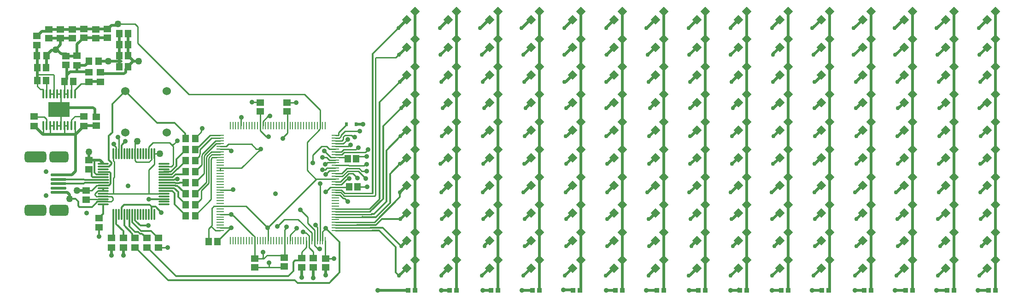
<source format=gbr>
%TF.GenerationSoftware,Altium Limited,Altium Designer,20.1.14 (287)*%
G04 Layer_Physical_Order=1*
G04 Layer_Color=255*
%FSLAX26Y26*%
%MOIN*%
%TF.SameCoordinates,7E9A0AC4-0E20-4BBF-80A7-7FB1365180D4*%
%TF.FilePolarity,Positive*%
%TF.FileFunction,Copper,L1,Top,Signal*%
%TF.Part,Single*%
G01*
G75*
%TA.AperFunction,SMDPad,CuDef*%
%ADD10O,0.009842X0.055118*%
%ADD11O,0.055118X0.009842*%
%ADD12O,0.011811X0.082677*%
%ADD13O,0.082677X0.011811*%
%ADD14R,0.151969X0.107874*%
%ADD15O,0.013780X0.072835*%
%ADD16R,0.033465X0.037402*%
%ADD17R,0.053150X0.045276*%
%ADD18R,0.045276X0.053150*%
%TA.AperFunction,ConnectorPad*%
G04:AMPARAMS|DCode=19|XSize=137.795mil|YSize=80.709mil|CornerRadius=20.177mil|HoleSize=0mil|Usage=FLASHONLY|Rotation=180.000|XOffset=0mil|YOffset=0mil|HoleType=Round|Shape=RoundedRectangle|*
%AMROUNDEDRECTD19*
21,1,0.137795,0.040354,0,0,180.0*
21,1,0.097441,0.080709,0,0,180.0*
1,1,0.040354,-0.048721,0.020177*
1,1,0.040354,0.048721,0.020177*
1,1,0.040354,0.048721,-0.020177*
1,1,0.040354,-0.048721,-0.020177*
%
%ADD19ROUNDEDRECTD19*%
G04:AMPARAMS|DCode=20|XSize=157.48mil|YSize=80.709mil|CornerRadius=20.177mil|HoleSize=0mil|Usage=FLASHONLY|Rotation=180.000|XOffset=0mil|YOffset=0mil|HoleType=Round|Shape=RoundedRectangle|*
%AMROUNDEDRECTD20*
21,1,0.157480,0.040354,0,0,180.0*
21,1,0.117126,0.080709,0,0,180.0*
1,1,0.040354,-0.058563,0.020177*
1,1,0.040354,0.058563,0.020177*
1,1,0.040354,0.058563,-0.020177*
1,1,0.040354,-0.058563,-0.020177*
%
%ADD20ROUNDEDRECTD20*%
G04:AMPARAMS|DCode=21|XSize=137.795mil|YSize=80.709mil|CornerRadius=20.177mil|HoleSize=0mil|Usage=FLASHONLY|Rotation=180.000|XOffset=0mil|YOffset=0mil|HoleType=Round|Shape=RoundedRectangle|*
%AMROUNDEDRECTD21*
21,1,0.137795,0.040355,0,0,180.0*
21,1,0.097441,0.080709,0,0,180.0*
1,1,0.040354,-0.048721,0.020177*
1,1,0.040354,0.048721,0.020177*
1,1,0.040354,0.048721,-0.020177*
1,1,0.040354,-0.048721,-0.020177*
%
%ADD21ROUNDEDRECTD21*%
G04:AMPARAMS|DCode=22|XSize=110.236mil|YSize=19.685mil|CornerRadius=4.921mil|HoleSize=0mil|Usage=FLASHONLY|Rotation=180.000|XOffset=0mil|YOffset=0mil|HoleType=Round|Shape=RoundedRectangle|*
%AMROUNDEDRECTD22*
21,1,0.110236,0.009843,0,0,180.0*
21,1,0.100394,0.019685,0,0,180.0*
1,1,0.009842,-0.050197,0.004921*
1,1,0.009842,0.050197,0.004921*
1,1,0.009842,0.050197,-0.004921*
1,1,0.009842,-0.050197,-0.004921*
%
%ADD22ROUNDEDRECTD22*%
%TA.AperFunction,SMDPad,CuDef*%
%ADD23P,0.066813X4X180.0*%
%ADD24R,0.023622X0.031496*%
%ADD25R,0.051181X0.055118*%
%ADD26R,0.055118X0.051181*%
%TA.AperFunction,Conductor*%
%ADD27C,0.012000*%
%ADD28C,0.010000*%
%ADD29C,0.020000*%
%TA.AperFunction,ComponentPad*%
%ADD30C,0.035433*%
%ADD31C,0.060000*%
%TA.AperFunction,ViaPad*%
%ADD32C,0.035000*%
%ADD33C,0.019685*%
%ADD34C,0.030000*%
%ADD35C,0.050000*%
D10*
X3213780Y3515000D02*
D03*
X3233465D02*
D03*
X3253150D02*
D03*
X3272835D02*
D03*
X3292520D02*
D03*
X3312205D02*
D03*
X3331890D02*
D03*
X3351575D02*
D03*
X3371260D02*
D03*
X3390945D02*
D03*
X3410630D02*
D03*
X3430315D02*
D03*
X3450000D02*
D03*
X3469685D02*
D03*
X3489370D02*
D03*
X3509055D02*
D03*
X3528740D02*
D03*
X3548425D02*
D03*
X3568110D02*
D03*
X3587795D02*
D03*
X3607480D02*
D03*
X3627165D02*
D03*
X3646850D02*
D03*
X3666535D02*
D03*
X3686220D02*
D03*
X3705905D02*
D03*
X3725591D02*
D03*
X3745276D02*
D03*
X3764961D02*
D03*
X3784646D02*
D03*
X3804331D02*
D03*
X3824016D02*
D03*
X3843701D02*
D03*
X3863386D02*
D03*
X3883071D02*
D03*
X3902756D02*
D03*
Y2680354D02*
D03*
X3883071D02*
D03*
X3863386D02*
D03*
X3843701D02*
D03*
X3824016D02*
D03*
X3804331D02*
D03*
X3784646D02*
D03*
X3764961D02*
D03*
X3745276D02*
D03*
X3725591D02*
D03*
X3705905D02*
D03*
X3686220D02*
D03*
X3666535D02*
D03*
X3646850D02*
D03*
X3627165D02*
D03*
X3607480D02*
D03*
X3587795D02*
D03*
X3568110D02*
D03*
X3548425D02*
D03*
X3528740D02*
D03*
X3509055D02*
D03*
X3489370D02*
D03*
X3469685D02*
D03*
X3450000D02*
D03*
X3430315D02*
D03*
X3410630D02*
D03*
X3390945D02*
D03*
X3371260D02*
D03*
X3351575D02*
D03*
X3331890D02*
D03*
X3312205D02*
D03*
X3292520D02*
D03*
X3272835D02*
D03*
X3253150D02*
D03*
X3233465D02*
D03*
X3213780D02*
D03*
D11*
X3975591Y3442165D02*
D03*
Y3422480D02*
D03*
Y3402795D02*
D03*
Y3383110D02*
D03*
Y3363425D02*
D03*
Y3343740D02*
D03*
Y3324055D02*
D03*
Y3304370D02*
D03*
Y3284685D02*
D03*
Y3265000D02*
D03*
Y3245315D02*
D03*
Y3225630D02*
D03*
Y3205945D02*
D03*
Y3186260D02*
D03*
Y3166575D02*
D03*
Y3146890D02*
D03*
Y3127205D02*
D03*
Y3107520D02*
D03*
Y3087835D02*
D03*
Y3068150D02*
D03*
Y3048465D02*
D03*
Y3028780D02*
D03*
Y3009095D02*
D03*
Y2989409D02*
D03*
Y2969724D02*
D03*
Y2950039D02*
D03*
Y2930354D02*
D03*
Y2910669D02*
D03*
Y2890984D02*
D03*
Y2871299D02*
D03*
Y2851614D02*
D03*
Y2831929D02*
D03*
Y2812244D02*
D03*
Y2792559D02*
D03*
Y2772874D02*
D03*
Y2753189D02*
D03*
X3140945D02*
D03*
Y2772874D02*
D03*
Y2792559D02*
D03*
Y2812244D02*
D03*
Y2831929D02*
D03*
Y2851614D02*
D03*
Y2871299D02*
D03*
Y2890984D02*
D03*
Y2910669D02*
D03*
Y2930354D02*
D03*
Y2950039D02*
D03*
Y2969724D02*
D03*
Y2989409D02*
D03*
Y3009095D02*
D03*
Y3028780D02*
D03*
Y3048465D02*
D03*
Y3068150D02*
D03*
Y3087835D02*
D03*
Y3107520D02*
D03*
Y3127205D02*
D03*
Y3146890D02*
D03*
Y3166575D02*
D03*
Y3186260D02*
D03*
Y3205945D02*
D03*
Y3225630D02*
D03*
Y3245315D02*
D03*
Y3265000D02*
D03*
Y3284685D02*
D03*
Y3304370D02*
D03*
Y3324055D02*
D03*
Y3343740D02*
D03*
Y3363425D02*
D03*
Y3383110D02*
D03*
Y3402795D02*
D03*
Y3422480D02*
D03*
Y3442165D02*
D03*
D12*
X2368199Y3310472D02*
D03*
X2387885D02*
D03*
X2407570D02*
D03*
X2427255D02*
D03*
X2446940D02*
D03*
X2466625D02*
D03*
X2486310D02*
D03*
X2505995D02*
D03*
X2525680D02*
D03*
X2545365D02*
D03*
X2565050D02*
D03*
X2584735D02*
D03*
X2604420D02*
D03*
X2624105D02*
D03*
X2643790D02*
D03*
X2663475D02*
D03*
Y2869528D02*
D03*
X2643790D02*
D03*
X2624105D02*
D03*
X2604420D02*
D03*
X2584735D02*
D03*
X2565050D02*
D03*
X2545365D02*
D03*
X2525680D02*
D03*
X2505995D02*
D03*
X2486310D02*
D03*
X2466625D02*
D03*
X2446940D02*
D03*
X2427255D02*
D03*
X2407570D02*
D03*
X2387885D02*
D03*
X2368199D02*
D03*
D13*
X2736310Y3237638D02*
D03*
Y3217953D02*
D03*
Y3198268D02*
D03*
Y3178583D02*
D03*
Y3158898D02*
D03*
Y3139213D02*
D03*
Y3119528D02*
D03*
Y3099843D02*
D03*
Y3080157D02*
D03*
Y3060472D02*
D03*
Y3040787D02*
D03*
Y3021102D02*
D03*
Y3001417D02*
D03*
Y2981732D02*
D03*
Y2962047D02*
D03*
Y2942362D02*
D03*
X2295365D02*
D03*
Y2962047D02*
D03*
Y2981732D02*
D03*
Y3001417D02*
D03*
Y3021102D02*
D03*
Y3040787D02*
D03*
Y3060472D02*
D03*
Y3080157D02*
D03*
Y3099843D02*
D03*
Y3119528D02*
D03*
Y3139213D02*
D03*
Y3158898D02*
D03*
Y3178583D02*
D03*
Y3198268D02*
D03*
Y3217953D02*
D03*
Y3237638D02*
D03*
D14*
X1975837Y3630000D02*
D03*
D15*
X1860680Y3514843D02*
D03*
X1886270D02*
D03*
X1911861D02*
D03*
X1937451D02*
D03*
X1963042D02*
D03*
X1988632D02*
D03*
X2014223D02*
D03*
X2039814D02*
D03*
X2065404D02*
D03*
X2090995D02*
D03*
X1860680Y3745157D02*
D03*
X1886270D02*
D03*
X1911861D02*
D03*
X1937451D02*
D03*
X1963042D02*
D03*
X1988632D02*
D03*
X2014223D02*
D03*
X2039814D02*
D03*
X2065404D02*
D03*
X2090995D02*
D03*
D16*
X8751360Y2320769D02*
D03*
X8700179D02*
D03*
X8451360D02*
D03*
X8400179D02*
D03*
X8151360D02*
D03*
X8100179D02*
D03*
X7851360D02*
D03*
X7800179D02*
D03*
X7546360D02*
D03*
X7495179D02*
D03*
X7251360D02*
D03*
X7200179D02*
D03*
X6951360D02*
D03*
X6900179D02*
D03*
X6651360D02*
D03*
X6600179D02*
D03*
X6351360D02*
D03*
X6300179D02*
D03*
X6051360D02*
D03*
X6000179D02*
D03*
X5746360D02*
D03*
X5695179D02*
D03*
X5451360D02*
D03*
X5400179D02*
D03*
X5151360D02*
D03*
X5100179D02*
D03*
X4851360D02*
D03*
X4800179D02*
D03*
X4551360D02*
D03*
X4500179D02*
D03*
D17*
X3815837Y2555000D02*
D03*
Y2486102D02*
D03*
X3730837Y2554449D02*
D03*
Y2485551D02*
D03*
X2190837Y3264449D02*
D03*
Y3195551D02*
D03*
X2170837Y3044449D02*
D03*
Y2975551D02*
D03*
X2695837Y2630315D02*
D03*
Y2699213D02*
D03*
X2610837Y2630315D02*
D03*
Y2699213D02*
D03*
X2525837Y2630315D02*
D03*
Y2699213D02*
D03*
X2440837Y2630866D02*
D03*
Y2699764D02*
D03*
X2355837Y2630866D02*
D03*
Y2699764D02*
D03*
X2265837Y2776102D02*
D03*
Y2845000D02*
D03*
X1815837Y4095551D02*
D03*
Y4164449D02*
D03*
X2155837Y3579449D02*
D03*
Y3510551D02*
D03*
X1795837Y3579449D02*
D03*
Y3510551D02*
D03*
X2275837Y3830551D02*
D03*
Y3899449D02*
D03*
X2105837Y4018898D02*
D03*
Y3950000D02*
D03*
X2190837Y3830551D02*
D03*
Y3899449D02*
D03*
D18*
X2960286Y3420000D02*
D03*
X2891388D02*
D03*
X2960286Y3340000D02*
D03*
X2891388D02*
D03*
X2960286Y3260000D02*
D03*
X2891388D02*
D03*
X2960286Y3180000D02*
D03*
X2891388D02*
D03*
X2960286Y3100000D02*
D03*
X2891388D02*
D03*
X2960286Y3020000D02*
D03*
X2891388D02*
D03*
X2960286Y2940000D02*
D03*
X2891388D02*
D03*
X2960286Y2860000D02*
D03*
X2891388D02*
D03*
X1884735Y4020000D02*
D03*
X1815837D02*
D03*
X2191388Y3980000D02*
D03*
X2260286D02*
D03*
D19*
X1973357Y3287284D02*
D03*
D20*
X1806033D02*
D03*
Y2899488D02*
D03*
D21*
X1973357D02*
D03*
D22*
X1972371Y3124882D02*
D03*
Y3156378D02*
D03*
Y3061890D02*
D03*
Y3030394D02*
D03*
Y3093386D02*
D03*
D23*
X8750000Y4340000D02*
D03*
X8691538Y4281538D02*
D03*
X8450000Y4340000D02*
D03*
X8391538Y4281538D02*
D03*
X8150000Y4340000D02*
D03*
X8091538Y4281538D02*
D03*
X7850000Y4340000D02*
D03*
X7791538Y4281538D02*
D03*
X7550000Y4340000D02*
D03*
X7491538Y4281538D02*
D03*
X7250000Y4340000D02*
D03*
X7191538Y4281538D02*
D03*
X6950000Y4340000D02*
D03*
X6891538Y4281538D02*
D03*
X6650000Y4340000D02*
D03*
X6591538Y4281538D02*
D03*
X6350000Y4340000D02*
D03*
X6291538Y4281538D02*
D03*
X6050000Y4340000D02*
D03*
X5991538Y4281538D02*
D03*
X5750000Y4340000D02*
D03*
X5691538Y4281538D02*
D03*
X5450000Y4340000D02*
D03*
X5391538Y4281538D02*
D03*
X5150000Y4340000D02*
D03*
X5091538Y4281538D02*
D03*
X4850000Y4340000D02*
D03*
X4791538Y4281538D02*
D03*
X4550000Y4340000D02*
D03*
X4491538Y4281538D02*
D03*
X8750000Y4140000D02*
D03*
X8691538Y4081538D02*
D03*
X8450000Y4140000D02*
D03*
X8391538Y4081538D02*
D03*
X8150000Y4140000D02*
D03*
X8091538Y4081538D02*
D03*
X7850000Y4140000D02*
D03*
X7791538Y4081538D02*
D03*
X7550000Y4140000D02*
D03*
X7491538Y4081538D02*
D03*
X7250000Y4140000D02*
D03*
X7191538Y4081538D02*
D03*
X6950000Y4140000D02*
D03*
X6891538Y4081538D02*
D03*
X6650000Y4140000D02*
D03*
X6591538Y4081538D02*
D03*
X6350000Y4140000D02*
D03*
X6291538Y4081538D02*
D03*
X6050000Y4140000D02*
D03*
X5991538Y4081538D02*
D03*
X5750000Y4140000D02*
D03*
X5691538Y4081538D02*
D03*
X5450000Y4140000D02*
D03*
X5391538Y4081538D02*
D03*
X5150000Y4140000D02*
D03*
X5091538Y4081538D02*
D03*
X4850000Y4140000D02*
D03*
X4791538Y4081538D02*
D03*
X4550000Y4140000D02*
D03*
X4491538Y4081538D02*
D03*
X8750000Y3940000D02*
D03*
X8691538Y3881538D02*
D03*
X8450000Y3940000D02*
D03*
X8391538Y3881538D02*
D03*
X8150000Y3940000D02*
D03*
X8091538Y3881538D02*
D03*
X7850000Y3940000D02*
D03*
X7791538Y3881538D02*
D03*
X7550000Y3940000D02*
D03*
X7491538Y3881538D02*
D03*
X7250000Y3940000D02*
D03*
X7191538Y3881538D02*
D03*
X6950000Y3940000D02*
D03*
X6891538Y3881538D02*
D03*
X6650000Y3940000D02*
D03*
X6591538Y3881538D02*
D03*
X6350000Y3940000D02*
D03*
X6291538Y3881538D02*
D03*
X6050000Y3940000D02*
D03*
X5991538Y3881538D02*
D03*
X5750000Y3940000D02*
D03*
X5691538Y3881538D02*
D03*
X5450000Y3940000D02*
D03*
X5391538Y3881538D02*
D03*
X5150000Y3940000D02*
D03*
X5091538Y3881538D02*
D03*
X4850000Y3940000D02*
D03*
X4791538Y3881538D02*
D03*
X4550000Y3940000D02*
D03*
X4491538Y3881538D02*
D03*
X8750000Y3740000D02*
D03*
X8691538Y3681538D02*
D03*
X8450000Y3740000D02*
D03*
X8391538Y3681538D02*
D03*
X8150000Y3740000D02*
D03*
X8091538Y3681538D02*
D03*
X7850000Y3740000D02*
D03*
X7791538Y3681538D02*
D03*
X7550000Y3740000D02*
D03*
X7491538Y3681538D02*
D03*
X7250000Y3740000D02*
D03*
X7191538Y3681538D02*
D03*
X6950000Y3740000D02*
D03*
X6891538Y3681538D02*
D03*
X6650000Y3740000D02*
D03*
X6591538Y3681538D02*
D03*
X6350000Y3740000D02*
D03*
X6291538Y3681538D02*
D03*
X6050000Y3740000D02*
D03*
X5991538Y3681538D02*
D03*
X5750000Y3740000D02*
D03*
X5691538Y3681538D02*
D03*
X5450000Y3740000D02*
D03*
X5391538Y3681538D02*
D03*
X5150000Y3740000D02*
D03*
X5091538Y3681538D02*
D03*
X4850000Y3740000D02*
D03*
X4791538Y3681538D02*
D03*
X4550000Y3740000D02*
D03*
X4491538Y3681538D02*
D03*
X8750000Y3540000D02*
D03*
X8691538Y3481538D02*
D03*
X8450000Y3540000D02*
D03*
X8391538Y3481538D02*
D03*
X8150000Y3540000D02*
D03*
X8091538Y3481538D02*
D03*
X7850000Y3540000D02*
D03*
X7791538Y3481538D02*
D03*
X7550000Y3540000D02*
D03*
X7491538Y3481538D02*
D03*
X7250000Y3540000D02*
D03*
X7191538Y3481538D02*
D03*
X6950000Y3540000D02*
D03*
X6891538Y3481538D02*
D03*
X6650000Y3540000D02*
D03*
X6591538Y3481538D02*
D03*
X6350000Y3540000D02*
D03*
X6291538Y3481538D02*
D03*
X6050000Y3540000D02*
D03*
X5991538Y3481538D02*
D03*
X5750000Y3540000D02*
D03*
X5691538Y3481538D02*
D03*
X5450000Y3540000D02*
D03*
X5391538Y3481538D02*
D03*
X5150000Y3540000D02*
D03*
X5091538Y3481538D02*
D03*
X4850000Y3540000D02*
D03*
X4791538Y3481538D02*
D03*
X4550000Y3540000D02*
D03*
X4491538Y3481538D02*
D03*
X8750000Y3340000D02*
D03*
X8691538Y3281538D02*
D03*
X8450000Y3340000D02*
D03*
X8391538Y3281538D02*
D03*
X8150000Y3340000D02*
D03*
X8091538Y3281538D02*
D03*
X7850000Y3340000D02*
D03*
X7791538Y3281538D02*
D03*
X7550000Y3340000D02*
D03*
X7491538Y3281538D02*
D03*
X7250000Y3340000D02*
D03*
X7191538Y3281538D02*
D03*
X6950000Y3340000D02*
D03*
X6891538Y3281538D02*
D03*
X6650000Y3340000D02*
D03*
X6591538Y3281538D02*
D03*
X6350000Y3340000D02*
D03*
X6291538Y3281538D02*
D03*
X6050000Y3340000D02*
D03*
X5991538Y3281538D02*
D03*
X5750000Y3340000D02*
D03*
X5691538Y3281538D02*
D03*
X5450000Y3340000D02*
D03*
X5391538Y3281538D02*
D03*
X5150000Y3340000D02*
D03*
X5091538Y3281538D02*
D03*
X4850000Y3340000D02*
D03*
X4791538Y3281538D02*
D03*
X4550000Y3340000D02*
D03*
X4491538Y3281538D02*
D03*
X8750000Y3140000D02*
D03*
X8691538Y3081538D02*
D03*
X8450000Y3140000D02*
D03*
X8391538Y3081538D02*
D03*
X8150000Y3140000D02*
D03*
X8091538Y3081538D02*
D03*
X7850000Y3140000D02*
D03*
X7791538Y3081538D02*
D03*
X7550000Y3140000D02*
D03*
X7491538Y3081538D02*
D03*
X7250000Y3140000D02*
D03*
X7191538Y3081538D02*
D03*
X6950000Y3140000D02*
D03*
X6891538Y3081538D02*
D03*
X6650000Y3140000D02*
D03*
X6591538Y3081538D02*
D03*
X6350000Y3140000D02*
D03*
X6291538Y3081538D02*
D03*
X6050000Y3140000D02*
D03*
X5991538Y3081538D02*
D03*
X5750000Y3140000D02*
D03*
X5691538Y3081538D02*
D03*
X5450000Y3140000D02*
D03*
X5391538Y3081538D02*
D03*
X5150000Y3140000D02*
D03*
X5091538Y3081538D02*
D03*
X4850000Y3140000D02*
D03*
X4791538Y3081538D02*
D03*
X4550000Y3140000D02*
D03*
X4491538Y3081538D02*
D03*
X8750000Y2940000D02*
D03*
X8691538Y2881538D02*
D03*
X8450000Y2940000D02*
D03*
X8391538Y2881538D02*
D03*
X8150000Y2940000D02*
D03*
X8091538Y2881538D02*
D03*
X7850000Y2940000D02*
D03*
X7791538Y2881538D02*
D03*
X7550000Y2940000D02*
D03*
X7491538Y2881538D02*
D03*
X7250000Y2940000D02*
D03*
X7191538Y2881538D02*
D03*
X6950000Y2940000D02*
D03*
X6891538Y2881538D02*
D03*
X6650000Y2940000D02*
D03*
X6591538Y2881538D02*
D03*
X6350000Y2940000D02*
D03*
X6291538Y2881538D02*
D03*
X6050000Y2940000D02*
D03*
X5991538Y2881538D02*
D03*
X5750000Y2940000D02*
D03*
X5691538Y2881538D02*
D03*
X5450000Y2940000D02*
D03*
X5391538Y2881538D02*
D03*
X5150000Y2940000D02*
D03*
X5091538Y2881538D02*
D03*
X4850000Y2940000D02*
D03*
X4791538Y2881538D02*
D03*
X4550000Y2940000D02*
D03*
X4491538Y2881538D02*
D03*
X8750000Y2740000D02*
D03*
X8691538Y2681538D02*
D03*
X8450000Y2740000D02*
D03*
X8391538Y2681538D02*
D03*
X8150000Y2740000D02*
D03*
X8091538Y2681538D02*
D03*
X7850000Y2740000D02*
D03*
X7791538Y2681538D02*
D03*
X7550000Y2740000D02*
D03*
X7491538Y2681538D02*
D03*
X7250000Y2740000D02*
D03*
X7191538Y2681538D02*
D03*
X6950000Y2740000D02*
D03*
X6891538Y2681538D02*
D03*
X6650000Y2740000D02*
D03*
X6591538Y2681538D02*
D03*
X6350000Y2740000D02*
D03*
X6291538Y2681538D02*
D03*
X6050000Y2740000D02*
D03*
X5991538Y2681538D02*
D03*
X5750000Y2740000D02*
D03*
X5691538Y2681538D02*
D03*
X5450000Y2740000D02*
D03*
X5391538Y2681538D02*
D03*
X5150000Y2740000D02*
D03*
X5091538Y2681538D02*
D03*
X4850000Y2740000D02*
D03*
X4791538Y2681538D02*
D03*
X4550000Y2740000D02*
D03*
X4491538Y2681538D02*
D03*
X8750000Y2540000D02*
D03*
X8691538Y2481538D02*
D03*
X8450000Y2540000D02*
D03*
X8391538Y2481538D02*
D03*
X8150000Y2540000D02*
D03*
X8091538Y2481538D02*
D03*
X7850000Y2540000D02*
D03*
X7791538Y2481538D02*
D03*
X7550000Y2540000D02*
D03*
X7491538Y2481538D02*
D03*
X7250000Y2540000D02*
D03*
X7191538Y2481538D02*
D03*
X6950000Y2540000D02*
D03*
X6891538Y2481538D02*
D03*
X6650000Y2540000D02*
D03*
X6591538Y2481538D02*
D03*
X6350000Y2540000D02*
D03*
X6291538Y2481538D02*
D03*
X6050000Y2540000D02*
D03*
X5991538Y2481538D02*
D03*
X5750000Y2540000D02*
D03*
X5691538Y2481538D02*
D03*
X5450000Y2540000D02*
D03*
X5391538Y2481538D02*
D03*
X5150000Y2540000D02*
D03*
X5091538Y2481538D02*
D03*
X4850000Y2540000D02*
D03*
X4791538Y2481538D02*
D03*
X4550000Y2540000D02*
D03*
X4491538Y2481538D02*
D03*
D24*
X4123465Y3525000D02*
D03*
X4056535D02*
D03*
D25*
X3121496Y2675000D02*
D03*
X3058504D02*
D03*
X4126496Y3275000D02*
D03*
X4063504D02*
D03*
X4136496Y3070000D02*
D03*
X4073504D02*
D03*
X1819341Y3840000D02*
D03*
X1882333D02*
D03*
X1882333Y3935000D02*
D03*
X1819341D02*
D03*
X2015837Y3835000D02*
D03*
X2078829D02*
D03*
X2410837Y4180000D02*
D03*
X2473829D02*
D03*
Y3940000D02*
D03*
X2410837D02*
D03*
X2473829Y4100000D02*
D03*
X2410837D02*
D03*
X2473829Y4020000D02*
D03*
X2410837D02*
D03*
D26*
X3625000Y3618504D02*
D03*
Y3681496D02*
D03*
X3430000Y3681496D02*
D03*
Y3618504D02*
D03*
X3390000Y2488504D02*
D03*
Y2551496D02*
D03*
X3605000Y2493504D02*
D03*
Y2556496D02*
D03*
X3905000Y2488504D02*
D03*
Y2551496D02*
D03*
X2245837Y3576496D02*
D03*
Y3513504D02*
D03*
X2025837Y4016496D02*
D03*
Y3953504D02*
D03*
X2325837Y4212992D02*
D03*
Y4150000D02*
D03*
X2240837Y4148504D02*
D03*
Y4211496D02*
D03*
X2155837Y4150000D02*
D03*
Y4212992D02*
D03*
X2070837Y4148504D02*
D03*
Y4211496D02*
D03*
X1985837Y4148504D02*
D03*
Y4211496D02*
D03*
X1900837Y4148504D02*
D03*
Y4211496D02*
D03*
D27*
X2455837Y3765000D02*
X2685837Y3535000D01*
X2810837D01*
X2360837Y3670000D02*
X2455837Y3765000D01*
X2360837Y3465000D02*
Y3670000D01*
X4171429Y2853299D02*
X4173114Y2851614D01*
X4318664Y2772874D02*
X4450769Y2640769D01*
X4227874Y2772874D02*
X4318664D01*
X4310834Y2835769D02*
X4445769D01*
X4440769Y2995769D02*
Y3030769D01*
X4370000Y3165000D02*
X4440769Y3235769D01*
X4245000Y3025000D02*
Y4035000D01*
X4430769Y4220769D01*
X4410000Y2451538D02*
Y2635000D01*
Y2451538D02*
X4435769Y2425769D01*
X4291811Y2753189D02*
X4410000Y2635000D01*
X4241811Y2753189D02*
X4291811D01*
X4267624Y2792559D02*
X4310834Y2835769D01*
X4132000Y2792559D02*
X4267624D01*
X4229355Y2890798D02*
Y2892213D01*
X4253769Y2873769D02*
X4345000Y2965000D01*
X4320000Y2982857D02*
Y3510000D01*
X4173114Y2851614D02*
X4266614D01*
X4237782Y2873769D02*
X4253769D01*
X4229355Y2892213D02*
X4320000Y2982857D01*
X4266614Y2851614D02*
X4370000Y2955000D01*
X4260000Y2815000D02*
X4440769Y2995769D01*
X4370000Y2955000D02*
Y3165000D01*
X4345000Y3335000D02*
X4445769Y3435769D01*
X4345000Y2965000D02*
Y3335000D01*
X4295000Y2985000D02*
Y3684375D01*
X4440769Y3830144D01*
X4320000Y3510000D02*
X4450769Y3640769D01*
X3680000Y2395000D02*
X3700000Y2375000D01*
X3930000D02*
X4005030Y2450030D01*
X3700000Y2375000D02*
X3930000D01*
X2817339Y3098472D02*
X2825267D01*
X2817398Y3079472D02*
X2818335Y3078535D01*
X2832853D01*
X2825704Y3098036D02*
X2845360D01*
X2829909Y3128035D02*
X2830409Y3128536D01*
X2837833Y2997492D02*
Y3032167D01*
X2736310Y3099843D02*
X2815969D01*
X2845360Y3098036D02*
X2847167Y3099843D01*
X2736310Y3080157D02*
X2808784D01*
X2809469Y3079472D01*
X2809528Y3060472D02*
X2837833Y3032167D01*
X2825267Y3098472D02*
X2825704Y3098036D01*
X2815969Y3099843D02*
X2817339Y3098472D01*
X2809469Y3079472D02*
X2817398D01*
X2736310Y3060472D02*
X2809528D01*
X2847167Y3099843D02*
X2891231D01*
X2826113Y3221113D02*
Y3270787D01*
X2736404Y3158992D02*
X2790862D01*
X2831079Y3199209D01*
X2783677Y3178677D02*
X2826113Y3221113D01*
X2818165Y3159425D02*
X2874751D01*
X2797953Y3139213D02*
X2818165Y3159425D01*
X2831079Y3199209D02*
X2834534D01*
X2808808Y3119433D02*
X2817410Y3128035D01*
X2832853Y3078535D02*
X2870814Y3040575D01*
X2736404Y3178677D02*
X2783677D01*
X2736310Y3139213D02*
X2797953D01*
X2817410Y3128035D02*
X2829909D01*
X2335837Y3265000D02*
X2355396Y3245441D01*
X2295459Y3218047D02*
X2337944D01*
X2355396Y3235500D01*
Y3245441D01*
X2349703Y3092012D02*
Y3171459D01*
X2342674Y3178488D02*
X2349703Y3171459D01*
X2295459Y3178488D02*
X2342674D01*
X2231113Y3173887D02*
Y3264449D01*
X2246008Y3158992D02*
X2295270D01*
X2231113Y3173887D02*
X2246008Y3158992D01*
X2295459Y3080252D02*
X2337944D01*
X2349703Y3092012D01*
X2736310Y3119528D02*
X2736404Y3119433D01*
X2427160Y3371323D02*
X2455837Y3400000D01*
X2736310Y2981732D02*
X2736310Y2981732D01*
X2427255Y2869528D02*
X2427349Y2869622D01*
X2295365Y3178583D02*
X2295459Y3178488D01*
X2445867Y2940030D02*
X2455808D01*
X2565000Y2790000D02*
X2620837D01*
X2427349Y2921512D02*
X2445867Y2940030D01*
X2673790Y2927047D02*
X2715837Y2885000D01*
X2539811Y2815189D02*
X2565000Y2790000D01*
X2537534Y2815189D02*
X2539811D01*
X2525680Y2827043D02*
Y2869528D01*
X2455808Y2940030D02*
X2455837Y2940000D01*
X2295365Y3080157D02*
X2295459Y3080252D01*
X2427160Y3310567D02*
X2427255Y3310472D01*
X2627569Y2981732D02*
X2736310D01*
X2525680Y2827043D02*
X2537534Y2815189D01*
X2295270Y3158992D02*
X2295365Y3158898D01*
X2455837Y2940000D02*
X2630837D01*
X2427160Y3310567D02*
Y3371323D01*
X2643790Y2869528D02*
Y2927047D01*
X2630837Y2940000D02*
X2643790Y2927047D01*
X2295365Y3040787D02*
Y3060472D01*
X2625837Y2980000D02*
X2627569Y2981732D01*
X2736404Y3119433D02*
X2808808D01*
X2427349Y2869622D02*
Y2921512D01*
X2643790Y2927047D02*
X2673790D01*
X2335837Y3265000D02*
Y3440000D01*
X2606900Y2699213D02*
X2610837D01*
X2506089Y2813428D02*
Y2869433D01*
X2569517Y2750000D02*
X2641113D01*
X2506089Y2813428D02*
X2569517Y2750000D01*
X2525837Y2745000D02*
X2547647D01*
X2575113Y2731000D02*
X2606900Y2699213D01*
X2561647Y2731000D02*
X2575113D01*
X2547647Y2745000D02*
X2561647Y2731000D01*
X2265000Y2775265D02*
X2265837Y2776102D01*
X2265000Y2710000D02*
Y2775265D01*
X3714199Y2537811D02*
X3730837Y2554449D01*
X3682811Y2537811D02*
X3714199D01*
X3670000Y2525000D02*
X3682811Y2537811D01*
X3670000Y2460000D02*
Y2525000D01*
X3635000Y2425000D02*
X3670000Y2460000D01*
X2614774Y2630315D02*
X2820089Y2425000D01*
X3635000D01*
X2765089Y2395000D02*
X3680000D01*
X2529774Y2630315D02*
X2765089Y2395000D01*
X3905000Y2770000D02*
X4005000Y2670000D01*
X4005030Y2450030D02*
Y2459970D01*
X4005000Y2460000D02*
X4005030Y2459970D01*
X4005000Y2460000D02*
Y2670000D01*
X2525837Y2630315D02*
X2529774D01*
X2161533Y3099843D02*
X2330365D01*
X2155077Y3093386D02*
X2161533Y3099843D01*
X1972371Y3093386D02*
X2155077D01*
X2160982Y3119528D02*
X2330365D01*
X2155628Y3124882D02*
X2160982Y3119528D01*
X1972371Y3124882D02*
X2155628D01*
X2295365Y3217953D02*
X2295459Y3218047D01*
X2295270Y3139307D02*
X2295365Y3139213D01*
X2190837Y3195551D02*
X2194774D01*
X2211412Y3178913D01*
X2218441Y3139307D02*
X2295270D01*
X2211412Y3146337D02*
X2218441Y3139307D01*
X2211412Y3146337D02*
Y3178913D01*
X2335837Y3440000D02*
X2360837Y3465000D01*
X2122867Y2925000D02*
X2215837D01*
X2115837Y2932030D02*
X2122867Y2925000D01*
X2115837Y2932030D02*
Y2965000D01*
X2215837Y2925000D02*
X2245837Y2955000D01*
Y2955018D02*
X2252772Y2961953D01*
X2295270D01*
X2295365Y2962047D01*
X2245837Y2955000D02*
Y2955018D01*
X2095837Y2985000D02*
X2115837Y2965000D01*
X2050837Y2985000D02*
X2095837D01*
X2736310Y3217953D02*
X2736404Y3218047D01*
X2368199Y2712126D02*
Y2869528D01*
X2355837Y2699764D02*
X2368199Y2712126D01*
X2440837Y2699764D02*
Y2748866D01*
X2387885Y2801819D02*
X2440837Y2748866D01*
X2387885Y2801819D02*
Y2869528D01*
X2446940D02*
X2447034Y2869433D01*
X2505897Y2715850D02*
Y2729941D01*
X2447034Y2788803D02*
X2505897Y2729941D01*
Y2715850D02*
X2522535Y2699213D01*
X2525837D01*
X2447034Y2788803D02*
Y2869433D01*
X2486310Y2784528D02*
Y2869528D01*
X2691900Y2699213D02*
X2695837D01*
X2486310Y2784528D02*
X2525837Y2745000D01*
X2505995Y2869528D02*
X2506089Y2869433D01*
X2641113Y2750000D02*
X2691900Y2699213D01*
X2810837Y2944488D02*
X2891388Y2863937D01*
Y2860000D02*
Y2863937D01*
Y2940000D02*
Y2943937D01*
X2837833Y2997492D02*
X2891388Y2943937D01*
X2795050Y3040787D02*
X2810837Y3025000D01*
Y2944488D02*
Y3025000D01*
X2736310Y3040787D02*
X2795050D01*
X2874751Y3040575D02*
X2891388Y3023937D01*
Y3020000D02*
Y3023937D01*
X2870814Y3040575D02*
X2874751D01*
X2891231Y3099843D02*
X2891388Y3100000D01*
Y3176063D02*
Y3180000D01*
X2874751Y3159425D02*
X2891388Y3176063D01*
Y3256063D02*
Y3260000D01*
X2834534Y3199209D02*
X2891388Y3256063D01*
X2736310Y3158898D02*
X2736404Y3158992D01*
X2826113Y3270787D02*
X2891388Y3336063D01*
X2736310Y3178583D02*
X2736404Y3178677D01*
X2891388Y3336063D02*
Y3340000D01*
X2888292Y3423096D02*
Y3457545D01*
Y3423096D02*
X2891388Y3420000D01*
X2810837Y3535000D02*
X2888292Y3457545D01*
X2295365Y2874528D02*
Y2942362D01*
X2286412Y2865575D02*
X2295365Y2874528D01*
X2286412Y2861638D02*
Y2865575D01*
X2269774Y2845000D02*
X2286412Y2861638D01*
X2265837Y2845000D02*
X2269774D01*
D28*
X2787500Y3377500D02*
X2800000Y3365000D01*
X2775000Y3390000D02*
X2787500Y3377500D01*
X2802500D02*
X2830000Y3405000D01*
X2787500Y3377500D02*
X2802500D01*
X2736310Y3217953D02*
X2787953D01*
X2800000Y3230000D01*
Y3365000D01*
X2624451Y3359451D02*
X2655000Y3390000D01*
X2775000D01*
X3445000Y2551496D02*
X3456496D01*
X3860622Y3489756D02*
X3863386Y3492520D01*
X4002552Y3422559D02*
X4015150Y3435156D01*
X4090001Y3445000D02*
X4097019Y3437981D01*
X3875000Y3365000D02*
X3910000D01*
X4070216Y3125216D02*
X4075000Y3130000D01*
X3141024Y3048543D02*
X3233543D01*
X3200000Y3380000D02*
X3368235D01*
X3075668Y2784332D02*
X3106811Y2753189D01*
X3975591Y3422480D02*
X3975669Y3422559D01*
X4032150Y3432150D02*
X4045000Y3445000D01*
X3910000Y3365000D02*
X3931260Y3343740D01*
X4164042Y3185000D02*
X4200000D01*
X4018150Y3087835D02*
X4055532Y3125216D01*
X3975669Y3009016D02*
X4009315D01*
X3705000Y2835000D02*
X3804252Y2735748D01*
X3646850Y2680354D02*
Y2721850D01*
X3220000Y2870000D02*
X3226765D01*
X3140945Y2772874D02*
X3141024Y2772953D01*
X3595000Y3426765D02*
X3627165Y3458930D01*
X3292598Y3572598D02*
X3295000Y3575000D01*
X3485000Y2775000D02*
X3837205Y3127205D01*
X4097019Y3437981D02*
X4100254D01*
X3912500Y3282437D02*
X3929938Y3265000D01*
X4071083Y3168000D02*
X4102000D01*
X3843622Y2680433D02*
X3843701Y2680354D01*
X3845216Y2624784D02*
X3855216D01*
X3378683Y2720913D02*
X3390945Y2708651D01*
X3140945Y3205945D02*
X3295945D01*
X4025931Y3146890D02*
X4064042Y3185000D01*
X3863465Y2680433D02*
Y3093465D01*
X3378683Y2720913D02*
X3378683D01*
X3403235Y3345000D02*
X3435000D01*
X3450000Y3515000D02*
Y3545000D01*
X4038384Y3320000D02*
X4190000D01*
X3975591Y3087835D02*
X4018150D01*
X3830000Y2794500D02*
X3830481Y2794019D01*
X3080000Y2788665D02*
Y2915000D01*
X3975591Y3383110D02*
X4033110D01*
X3975591Y3304370D02*
X4022754D01*
X3770000Y3190000D02*
Y3394731D01*
X3975591Y3363425D02*
X4066660D01*
X3901719Y3195000D02*
X3911719Y3205000D01*
X3292520Y3515000D02*
X3292598Y3515079D01*
X4071221Y3225630D02*
X4071851Y3225000D01*
X3880000Y3195000D02*
X3901719D01*
X4057000Y3202000D02*
X4147042D01*
X3605000Y2835000D02*
X3705000D01*
X3233543Y3048543D02*
X3235000Y3050000D01*
X3595000Y3420000D02*
Y3426765D01*
X3450000Y3545000D02*
X3485216Y3580216D01*
X3810000Y3245000D02*
Y3300000D01*
X3940315Y3284685D02*
X3975591D01*
X3975669Y3166653D02*
X4021653D01*
X3863465Y3093465D02*
X3865000Y3095000D01*
X3234948Y2861817D02*
X3237779D01*
X3917080Y3245315D02*
X3975591D01*
X4193235Y3235000D02*
X4200000D01*
X3912664Y3205945D02*
X3975591D01*
X3905000Y3160000D02*
X3931260Y3186260D01*
X3975591D01*
X4140000Y3185000D02*
X4195000Y3130000D01*
X3975591Y3107520D02*
X3975669Y3107598D01*
X3975591Y2851614D02*
X4173114D01*
X3883071Y2745967D02*
X3905000Y2767896D01*
X3140945Y3186260D02*
Y3205945D01*
X3292598Y3515079D02*
Y3572598D01*
X3837205Y3127205D02*
X3975591D01*
X3095354Y2930354D02*
X3140945D01*
X3824016Y2645984D02*
X3845216Y2624784D01*
X3555000Y2785000D02*
X3605000Y2835000D01*
X3141024Y3343819D02*
X3206181D01*
X4071851Y3225000D02*
X4183235D01*
X3975591Y3166575D02*
X3975669Y3166653D01*
X3430315Y3478332D02*
X3473647Y3435000D01*
X4045000Y3475000D02*
X4150000D01*
X3880000Y3285000D02*
X3882563Y3282437D01*
X4021653Y3166653D02*
X4057000Y3202000D01*
X4147042D02*
X4164042Y3185000D01*
X4055532Y3125216D02*
X4070216D01*
X3863386Y2680354D02*
X3863465Y2680433D01*
X3183425Y3363425D02*
X3200000Y3380000D01*
X3485216Y3580216D02*
X3495216D01*
X4136682Y3355020D02*
X4140020D01*
X4030331Y2988000D02*
X4042000D01*
X3824016Y2645984D02*
Y2680354D01*
X3368235Y3380000D02*
X3403235Y3345000D01*
X3473647Y3435000D02*
X3490000D01*
X4100254Y3437981D02*
X4108235Y3430000D01*
X3810000Y3300000D02*
X3875000Y3365000D01*
X3911719Y3205000D02*
X3912664Y3205945D01*
X4064042Y3185000D02*
X4140000D01*
X4042000Y2988000D02*
X4065000Y2965000D01*
X3843622Y2680433D02*
Y2776378D01*
X3804252Y2680433D02*
X3804331Y2680354D01*
X3140945Y3363425D02*
X3183425D01*
X3929938Y3265000D02*
X3975591D01*
X3975669Y3107598D02*
X4010682D01*
X3775000Y2806367D02*
Y2850000D01*
X3080000Y2915000D02*
X3095354Y2930354D01*
X4015150Y3445150D02*
X4045000Y3475000D01*
X3895000Y3330000D02*
X3940315Y3284685D01*
X3975591Y3146890D02*
X4025931D01*
X3830481Y2789519D02*
X3843622Y2776378D01*
X3607480Y2760715D02*
X3620000Y2773235D01*
X3295945Y3205945D02*
X3435000Y3345000D01*
X3075668Y2784332D02*
X3080000Y2788665D01*
X3329646Y2930354D02*
X3485000Y2775000D01*
X3489291Y2680433D02*
X3489370Y2680354D01*
X4032150Y3412150D02*
Y3432150D01*
X4108235Y3430000D02*
X4115000D01*
X4183235Y3225000D02*
X4193235Y3235000D01*
X3975591Y3009095D02*
X3975669Y3009016D01*
X3883071Y2680354D02*
Y2745967D01*
X3742347Y2742347D02*
X3747131Y2737564D01*
X3141024Y2772953D02*
X3217480D01*
X3860622Y3485353D02*
Y3489756D01*
X3770000Y3394731D02*
X3860622Y3485353D01*
X4078235Y3375000D02*
X4085000D01*
X4034342Y3340000D02*
X4121662D01*
X3140945Y2871299D02*
X3141024Y2871220D01*
X3140945Y3048465D02*
X3141024Y3048543D01*
X3770000Y3190000D02*
X3835000Y3125000D01*
X4190000Y3320000D02*
X4210000Y3340000D01*
X3905000Y3035000D02*
X3938150Y3068150D01*
X3830481Y2789519D02*
Y2794019D01*
X3237779Y2861817D02*
X3378683Y2720913D01*
X3495216Y3580216D02*
X3500000Y3585000D01*
X3430315Y3478332D02*
Y3515000D01*
X4015150Y3435156D02*
Y3445150D01*
X3141024Y2871220D02*
X3218780D01*
X3620000Y2773235D02*
Y2780000D01*
X3627165Y3458930D02*
Y3515000D01*
X3489291Y2680433D02*
Y2770709D01*
X3975669Y3422559D02*
X4002552D01*
X4022795Y3402795D02*
X4032150Y3412150D01*
X4102000Y3168000D02*
X4135000Y3135000D01*
X3938150Y3068150D02*
X3975591D01*
X3855216Y2624784D02*
X3860000Y2620000D01*
X3804252Y2680433D02*
Y2735748D01*
X3106811Y2753189D02*
X3140945D01*
X4022754Y3304370D02*
X4038384Y3320000D01*
X3900000Y3235000D02*
X3906765D01*
X3140945Y2930354D02*
X3329646D01*
X3931260Y3343740D02*
X3975591D01*
X3882563Y3282437D02*
X3912500D01*
X4010682Y3107598D02*
X4071083Y3168000D01*
X3646850Y2721850D02*
X3695000Y2770000D01*
X3485000Y2775000D02*
X3489291Y2770709D01*
X4066660Y3363425D02*
X4078235Y3375000D01*
X3784646Y2680354D02*
Y2715354D01*
X3390945Y2680354D02*
Y2708651D01*
X3975591Y3402795D02*
X4022795D01*
X4045000Y3445000D02*
X4090001D01*
X4121662Y3340000D02*
X4136682Y3355020D01*
X4033110Y3383110D02*
X4065000Y3415000D01*
X3975591Y3225630D02*
X4071221D01*
X3975591Y3324055D02*
X4018397D01*
X4034342Y3340000D01*
X3720000Y2905000D02*
X3775000Y2850000D01*
Y2806367D02*
X3824016Y2757351D01*
X3747131Y2737564D02*
X3762436D01*
X3140945Y3343740D02*
X3141024Y3343819D01*
X3906765Y3235000D02*
X3917080Y3245315D01*
X3824016Y2680354D02*
Y2757351D01*
X3762436Y2737564D02*
X3784646Y2715354D01*
X3607480Y2680354D02*
Y2760715D01*
X4009315Y3009016D02*
X4030331Y2988000D01*
X3905000Y2767896D02*
Y2770000D01*
X3218780Y2871220D02*
X3220000Y2870000D01*
X3226765D02*
X3234948Y2861817D01*
X3206181Y3343819D02*
X3220000Y3330000D01*
X2960286Y3183937D02*
X3007000Y3230651D01*
X3075000Y3268323D02*
X3079924Y3273247D01*
Y3278748D01*
X3058000Y3097609D02*
Y3275365D01*
X3045924Y3287330D02*
Y3292832D01*
X3011924Y3301413D02*
Y3306915D01*
X2960286Y3103937D02*
X3024000Y3167651D01*
Y3289448D01*
X3041000Y3104651D02*
Y3282406D01*
X3062924Y3280288D02*
Y3285790D01*
X3085782Y3284606D02*
X3118386D01*
X3079924Y3278748D02*
X3085782Y3284606D01*
X2960286Y3023937D02*
X3041000Y3104651D01*
X2960286Y3263937D02*
X2990000Y3293651D01*
X3028924Y3299873D02*
X3112082Y3383032D01*
X3007000Y3230651D02*
Y3296489D01*
X3058000Y3275365D02*
X3062924Y3280288D01*
X3075000Y2978651D02*
Y3268323D01*
X3028924Y3294372D02*
Y3299873D01*
X3011924Y3306915D02*
X3107726Y3402717D01*
X3024000Y3289448D02*
X3028924Y3294372D01*
X2994924Y3339924D02*
X3077402Y3422402D01*
X3045924Y3292832D02*
X3077147Y3324055D01*
X3081504Y3304370D02*
X3140945D01*
X3007000Y3296489D02*
X3011924Y3301413D01*
X3005000Y3044609D02*
X3058000Y3097609D01*
X3077147Y3324055D02*
X3140945D01*
X2994924Y3308455D02*
Y3339924D01*
X2990000Y3293651D02*
Y3303531D01*
X3005000Y2984714D02*
Y3044609D01*
X3062924Y3285790D02*
X3081504Y3304370D01*
X2990000Y3303531D02*
X2994924Y3308455D01*
X2960286Y2863937D02*
X3075000Y2978651D01*
X3041000Y3282406D02*
X3045924Y3287330D01*
X3112082Y3383032D02*
X3140866D01*
X3107726Y3402717D02*
X3140866D01*
X4265000Y3010858D02*
Y4001982D01*
X4270858Y4007840D01*
X4412428D01*
X4430358Y4025769D01*
X4259142Y3005000D02*
X4265000Y3010858D01*
X4037373Y3005000D02*
X4259142D01*
X4430358Y4025769D02*
X4435769D01*
X4013593Y3028780D02*
X4037373Y3005000D01*
X4042828Y3025000D02*
X4245000D01*
X4019364Y3048465D02*
X4042828Y3025000D01*
X4126496Y3275000D02*
X4141496Y3290000D01*
X4200000D01*
X4006170Y3285000D02*
X4073504D01*
X4005934Y3284764D02*
X4006170Y3285000D01*
X3998150Y3284764D02*
X4005934D01*
X3863386Y3492520D02*
Y3626614D01*
X4136496Y3070000D02*
X4204500D01*
X3975591Y2753189D02*
X4241811D01*
X4257244Y2812244D02*
X4260000Y2815000D01*
X3975591Y2812244D02*
X4257244D01*
X3975591Y2792559D02*
X4132000D01*
X3975591Y2772874D02*
X4227874D01*
X4171356Y2890984D02*
X4171542Y2890798D01*
X3975591Y2871299D02*
X4235312D01*
X4237782Y2873769D01*
X3975591Y2890984D02*
X4171356D01*
X4171542Y2890798D02*
X4229355D01*
X3975591Y2910669D02*
X4220669D01*
X4295000Y2985000D01*
X2525758Y3385758D02*
X2540000Y3400000D01*
X2525758Y3310551D02*
Y3385758D01*
X2624451Y3310819D02*
Y3359451D01*
X2526026Y3258974D02*
Y3310126D01*
Y3258974D02*
X2535000Y3250000D01*
X2625837D01*
X2368546Y3257747D02*
X2373396Y3252897D01*
X2369538Y3021102D02*
Y3135070D01*
X2368546Y3257747D02*
Y3310126D01*
X2368199Y3310472D02*
X2368546Y3310126D01*
X2373396Y3138929D02*
Y3252897D01*
X2369538Y3135070D02*
X2373396Y3138929D01*
X1813475Y3576811D02*
X1868189D01*
X1886270Y3514843D02*
Y3558730D01*
X1868189Y3576811D02*
X1886270Y3558730D01*
X2065404Y3514843D02*
Y3555404D01*
X2091811Y3581811D02*
X2138199D01*
X2065404Y3555404D02*
X2091811Y3581811D01*
X2365837Y2975000D02*
Y2990000D01*
X2625837Y3194370D02*
X2663475Y3232008D01*
X2233814Y3012023D02*
X2244420Y3001417D01*
X2643444Y3267606D02*
Y3310126D01*
X2400837Y3423235D02*
Y3430000D01*
X2370885Y3372271D02*
X2387538Y3355618D01*
X2295018Y3040441D02*
X2295365Y3040787D01*
X2663948Y3310000D02*
X2705837D01*
X2625837Y3250000D02*
X2643444Y3267606D01*
X2663475Y3232008D02*
Y3310472D01*
X2625837Y3021102D02*
X2640837D01*
X2352885Y2962047D02*
X2365837Y2975000D01*
X2370885Y3372271D02*
Y3379036D01*
X2244420Y3001417D02*
X2354420D01*
X2233814Y3020307D02*
X2253948Y3040441D01*
X2663475Y3310472D02*
X2663948Y3310000D01*
X2387538Y3310819D02*
X2387885Y3310472D01*
X2253948Y3040441D02*
X2295018D01*
X2644735Y3021102D02*
X2736310D01*
X2625837D02*
Y3194370D01*
X2295365Y2962047D02*
X2352885D01*
X2407570Y3310472D02*
Y3416503D01*
X2233814Y3012023D02*
Y3020307D01*
X2295365Y3021102D02*
X2369538D01*
X2525680Y3310472D02*
X2526026Y3310126D01*
X2640837Y3021102D02*
X2644735D01*
X2643444Y3310126D02*
X2643790Y3310472D01*
X2525680D02*
X2525758Y3310551D01*
X2369538Y3021102D02*
X2625837D01*
X2400837Y3423235D02*
X2407570Y3416503D01*
X2387538Y3310819D02*
Y3355618D01*
X2354420Y3001417D02*
X2365837Y2990000D01*
X3058504Y2767169D02*
X3075668Y2784332D01*
X3390945Y2555551D02*
Y2680354D01*
X3450000Y2556496D02*
Y2596500D01*
X3975591Y3048465D02*
X4019364D01*
X3975591Y3028780D02*
X4013593D01*
X2400837Y4250000D02*
X2525000D01*
X2545000Y4230000D01*
Y4110000D02*
X2915000Y3740000D01*
X2545000Y4110000D02*
Y4230000D01*
X2915000Y3740000D02*
X3750000D01*
X3863386Y3626614D01*
X4071654Y3068150D02*
X4073504Y3070000D01*
X3975591Y3068150D02*
X4071654D01*
X3625000Y3681496D02*
X3626496Y3680000D01*
X3690000D01*
X3370000Y3685000D02*
X3426496D01*
X3430000Y3681496D01*
X3627165Y3515000D02*
Y3616338D01*
X3625000Y3618504D02*
X3627165Y3616338D01*
X3430315Y3515000D02*
Y3618189D01*
X3430000Y3618504D02*
X3430315Y3618189D01*
X3784646Y2630852D02*
Y2680354D01*
X2695837Y2630315D02*
X2696152Y2630000D01*
X2760000D01*
X3058504Y2675000D02*
Y2767169D01*
X3217480Y2772953D02*
X3219528Y2775000D01*
X3121496Y2676968D02*
X3217480Y2772953D01*
X3121496Y2675000D02*
Y2676968D01*
X3219528Y2775000D02*
X3220000D01*
X3395000Y2551496D02*
X3445000D01*
X3450000Y2556496D01*
X3905000Y2551496D02*
X3906496Y2550000D01*
X3965000D01*
X3390000Y2551496D02*
X3395000D01*
X3390945Y2555551D02*
X3395000Y2551496D01*
X3586496Y2575000D02*
X3605000Y2556496D01*
X3480000Y2575000D02*
X3586496D01*
X3456496Y2551496D02*
X3480000Y2575000D01*
X3495000Y2488504D02*
X3600000D01*
X3390000D02*
X3495000D01*
Y2520000D01*
X3600000Y2488504D02*
X3605000Y2493504D01*
X2960286Y3420000D02*
Y3423937D01*
X3005216Y3468867D01*
Y3490216D01*
X3010000Y3495000D01*
X3607480Y2558976D02*
Y2680354D01*
X3605000Y2556496D02*
X3607480Y2558976D01*
X3902756Y2553740D02*
X3905000Y2551496D01*
X3902756Y2553740D02*
Y2680354D01*
X3815837Y2555000D02*
Y2599660D01*
X3784646Y2630852D02*
X3815837Y2599660D01*
X3730837Y2554449D02*
Y2597919D01*
X3764961Y2632042D01*
Y2680354D01*
X2960286Y2860000D02*
Y2863937D01*
Y2940000D02*
Y2943937D01*
X2977924Y2961575D01*
X2981861D01*
X3005000Y2984714D01*
X2960286Y3020000D02*
Y3023937D01*
X3140866Y3383032D02*
X3140945Y3383110D01*
X2960286Y3100000D02*
Y3103937D01*
Y3260000D02*
Y3263937D01*
X3077402Y3422402D02*
X3140866D01*
X2977924Y3361575D02*
X2986575D01*
X3067165Y3442165D02*
X3140945D01*
X2986575Y3361575D02*
X3067165Y3442165D01*
X2960286Y3180000D02*
Y3183937D01*
X3140866Y3402717D02*
X3140945Y3402795D01*
X3140866Y3422402D02*
X3140945Y3422480D01*
X2960286Y3340000D02*
Y3343937D01*
X2977924Y3361575D01*
X3997717Y3462244D02*
X4056535Y3521063D01*
X3975591Y3442165D02*
X3997638D01*
X3997717Y3442244D01*
Y3462244D01*
X4056535Y3521063D02*
Y3525000D01*
X1860680Y3745157D02*
X1861403Y3745881D01*
X1886270Y3745157D02*
Y3830590D01*
X1911861Y3745157D02*
X1937451D01*
X1860680D02*
Y3773662D01*
X1858934Y3775408D02*
X1860680Y3773662D01*
X1841374Y3775408D02*
X1858934D01*
X1819341Y3797441D02*
X1841374Y3775408D01*
X1819341Y3797441D02*
Y3840000D01*
X1931593Y3885000D02*
X1937451Y3879142D01*
Y3745157D02*
Y3879142D01*
X1963042Y3745157D02*
X1988632D01*
X1975837Y3651654D02*
X1988632Y3664449D01*
Y3745157D01*
X1963042Y3514843D02*
X1988632D01*
X1975837Y3608347D02*
X1988632Y3595551D01*
Y3514843D02*
Y3595551D01*
X2014223Y3745157D02*
X2039814D01*
X2014223D02*
Y3833386D01*
X2065404Y3821575D02*
X2078829Y3835000D01*
X2065404Y3745157D02*
Y3821575D01*
X1817589Y3885000D02*
X1931593D01*
X2090995Y3774685D02*
X2133672Y3817362D01*
X2090995Y3745157D02*
Y3774685D01*
X2133672Y3817362D02*
X2177648D01*
X2190837Y3830551D01*
X1795837Y3594449D02*
X1813475Y3576811D01*
X2138199Y3581811D02*
X2155837Y3599449D01*
X1911861Y3514843D02*
X1937451D01*
X2014223D02*
X2039814D01*
X1859774Y3450551D02*
X1860680Y3451457D01*
Y3514843D01*
X1910837Y3450551D02*
X1911861Y3451575D01*
Y3514843D01*
X2014223Y3452165D02*
X2015837Y3450551D01*
X2014223Y3452165D02*
Y3514843D01*
X2090995Y3455394D02*
X2095837Y3450551D01*
X2090995Y3455394D02*
Y3514843D01*
X2624105Y3310472D02*
X2624451Y3310819D01*
X2175837Y2969449D02*
X2178121Y2971732D01*
X2173121Y2981732D02*
X2295365D01*
X2247774Y3079811D02*
X2295018D01*
X2295365Y3080157D01*
X2212412Y3044449D02*
X2247774Y3079811D01*
X2170837Y3044449D02*
X2212412D01*
X2170286Y3045000D02*
X2170837Y3044449D01*
X4071337Y3254121D02*
X4072729Y3252729D01*
X3430000Y3681496D02*
X3440718Y3692215D01*
D29*
X4450769Y2640769D02*
X4491538Y2681538D01*
X6835769Y2427000D02*
X6836385D01*
X6890923Y2481538D01*
X6835385Y2320385D02*
X6899794D01*
X6893446Y2329470D02*
X6900179Y2322738D01*
X6835000Y2320000D02*
X6835385Y2320385D01*
X6891478Y2329470D02*
X6893446D01*
X6900179Y2320769D02*
Y2322738D01*
X6899794Y2320385D02*
X6900179Y2320769D01*
X4445769Y2835769D02*
X4491538Y2881538D01*
X4440769Y3030769D02*
X4491538Y3081538D01*
X4440769Y3235769D02*
X4442682Y3237682D01*
X6531452Y2427682D02*
X6537682D01*
X6240769Y2430769D02*
X6291538Y2481538D01*
X6530769Y2427000D02*
X6531452Y2427682D01*
X6240769Y2427000D02*
Y2430769D01*
X6890923Y2481538D02*
X6891538D01*
X7135769Y2425769D02*
X7191538Y2481538D01*
X7135000Y2320000D02*
X7135385Y2320385D01*
X4435769Y2425769D02*
X4491538Y2481538D01*
X5930769Y2425769D02*
X5933269D01*
X6537682Y2427682D02*
X6591538Y2481538D01*
X4740769Y2425769D02*
Y2430769D01*
X5635769Y2425769D02*
X5691538Y2481538D01*
X5335769Y2425769D02*
X5391538Y2481538D01*
X5035769Y2425769D02*
X5091538Y2481538D01*
X5933269Y2425769D02*
X5989038Y2481538D01*
X5991538D01*
X6291478Y2312068D02*
X6293446D01*
X6225000Y2320000D02*
X6225385Y2320385D01*
X5935385D02*
X5999794D01*
X6300179Y2318801D02*
Y2320769D01*
X6293446Y2312068D02*
X6300179Y2318801D01*
X6225385Y2320385D02*
X6299794D01*
X5935000Y2320000D02*
X5935385Y2320385D01*
X4740769Y2430769D02*
X4791538Y2481538D01*
X5040000Y2320000D02*
X5040385Y2320385D01*
X5099794D02*
X5100179Y2320769D01*
X5040385Y2320385D02*
X5099794D01*
X5100179Y2318801D02*
Y2320769D01*
X5400179Y2318801D02*
Y2320769D01*
X5325000Y2320000D02*
X5325385Y2320385D01*
X4280000Y2320000D02*
X4499409D01*
X4500179Y2320769D01*
Y2318801D02*
Y2320769D01*
X8699794Y2320385D02*
X8700179Y2320769D01*
X8625385Y2320385D02*
X8699794D01*
X8625000Y2320000D02*
X8625385Y2320385D01*
X8399794D02*
X8400179Y2320769D01*
X8325385Y2320385D02*
X8399794D01*
X8325000Y2320000D02*
X8325385Y2320385D01*
X8099794D02*
X8100179Y2320769D01*
X8025385Y2320385D02*
X8099794D01*
X8025000Y2320000D02*
X8025385Y2320385D01*
X7799794D02*
X7800179Y2320769D01*
X7735385Y2320385D02*
X7799794D01*
X7735000Y2320000D02*
X7735385Y2320385D01*
X7494794D02*
X7495179Y2320769D01*
X7425385Y2320385D02*
X7494794D01*
X7425000Y2320000D02*
X7425385Y2320385D01*
X7199794D02*
X7200179Y2320769D01*
X7135385Y2320385D02*
X7199794D01*
X6599794D02*
X6600179Y2320769D01*
X6535385Y2320385D02*
X6599794D01*
X6535000Y2320000D02*
X6535385Y2320385D01*
X6299794D02*
X6300179Y2320769D01*
X5999794Y2320385D02*
X6000179Y2320769D01*
X5625000Y2325000D02*
X5627115Y2322885D01*
X5693063D02*
X5695179Y2320769D01*
X5627115Y2322885D02*
X5693063D01*
X5399794Y2320385D02*
X5400179Y2320769D01*
X5325385Y2320385D02*
X5399794D01*
X4799794D02*
X4800179Y2320769D01*
X4740385Y2320385D02*
X4799794D01*
X4740000Y2320000D02*
X4740385Y2320385D01*
X8750000Y2322129D02*
X8751360Y2320769D01*
X8750000Y2322129D02*
Y2540000D01*
X8450000Y2322129D02*
X8451360Y2320769D01*
X8450000Y2322129D02*
Y2540000D01*
X8150000Y2322129D02*
X8151360Y2320769D01*
X8150000Y2322129D02*
Y2540000D01*
X7850000Y2322129D02*
X7851360Y2320769D01*
X7850000Y2322129D02*
Y2540000D01*
X7546360Y2320769D02*
X7550000Y2324409D01*
Y2540000D01*
X7250000Y2322129D02*
X7251360Y2320769D01*
X7250000Y2322129D02*
Y2540000D01*
X6950000Y2322129D02*
X6951360Y2320769D01*
X6950000Y2322129D02*
Y2540000D01*
X6650000Y2322129D02*
X6651360Y2320769D01*
X6650000Y2322129D02*
Y2540000D01*
X6350000Y2322129D02*
X6351360Y2320769D01*
X6350000Y2322129D02*
Y2540000D01*
X6050000Y2322129D02*
X6051360Y2320769D01*
X6050000Y2322129D02*
Y2540000D01*
X5746360Y2320769D02*
X5750000Y2324409D01*
Y2540000D01*
X5450000Y2322129D02*
X5451360Y2320769D01*
X5450000Y2322129D02*
Y2540000D01*
X5150000Y2322129D02*
X5151360Y2320769D01*
X5150000Y2322129D02*
Y2540000D01*
X4850000Y2322129D02*
X4851360Y2320769D01*
X4850000Y2322129D02*
Y2540000D01*
X4550000Y2322129D02*
X4551360Y2320769D01*
X4550000Y2322129D02*
Y2540000D01*
X4445769Y3435769D02*
X4491538Y3481538D01*
X4450769Y3640769D02*
X4491538Y3681538D01*
X2271388Y3264449D02*
X2290837Y3245000D01*
X2231113Y3264449D02*
X2271388D01*
X4440769Y3830144D02*
Y3830769D01*
X4442682Y3237682D02*
X4447682D01*
X4440769Y3830769D02*
X4491538Y3881538D01*
X4447682Y3237682D02*
X4491538Y3281538D01*
X4550000Y2940000D02*
Y3140000D01*
Y3340000D01*
Y3540000D01*
Y3740000D01*
X4745769Y3435769D02*
X4791538Y3481538D01*
X5043269Y3435769D02*
X5089038Y3481538D01*
X4550000Y3740000D02*
Y3940000D01*
Y2740000D02*
Y2940000D01*
Y2540000D02*
Y2740000D01*
X4551360Y2320769D02*
X4552129Y2321538D01*
X4800179Y2318801D02*
Y2320769D01*
X5695179Y2318801D02*
Y2320769D01*
X8700179D02*
Y2322738D01*
X8400179Y2320769D02*
Y2322738D01*
X7495179Y2320769D02*
Y2322738D01*
X4850000Y4140000D02*
Y4340000D01*
Y3940000D02*
Y4140000D01*
Y3740000D02*
Y3940000D01*
Y3540000D02*
Y3740000D01*
Y3340000D02*
Y3540000D01*
Y3140000D02*
Y3340000D01*
Y2940000D02*
Y3140000D01*
Y2740000D02*
Y2940000D01*
Y2540000D02*
Y2740000D01*
X4851360Y2320769D02*
X4852129Y2321538D01*
X5151360Y2320769D02*
X5152129Y2321538D01*
X5150000Y2540000D02*
Y2740000D01*
Y2940000D01*
Y3140000D01*
Y3340000D01*
Y3540000D01*
Y4140000D02*
Y4340000D01*
Y3940000D02*
Y4140000D01*
Y3740000D02*
Y3940000D01*
Y3540000D02*
Y3740000D01*
X5450000Y4140000D02*
Y4340000D01*
Y3940000D02*
Y4140000D01*
Y3740000D02*
Y3940000D01*
Y3540000D02*
Y3740000D01*
Y3340000D02*
Y3540000D01*
Y3140000D02*
Y3340000D01*
Y2940000D02*
Y3140000D01*
Y2740000D02*
Y2940000D01*
Y2540000D02*
Y2740000D01*
X5451360Y2320769D02*
X5452129Y2321538D01*
X5750000Y3740000D02*
Y3940000D01*
Y3540000D02*
Y3740000D01*
Y3340000D02*
Y3540000D01*
Y3140000D02*
Y3340000D01*
Y2940000D02*
Y3140000D01*
Y2740000D02*
Y2940000D01*
Y2540000D02*
Y2740000D01*
X6050000Y2940000D02*
Y3140000D01*
X6051360Y2320769D02*
X6052129Y2321538D01*
X6351360Y2320769D02*
X6352129Y2321538D01*
X6350000Y2540000D02*
Y2740000D01*
Y2940000D01*
Y3140000D01*
Y3340000D01*
Y3540000D01*
Y3740000D01*
Y3940000D01*
Y4140000D01*
Y4340000D01*
X6650000Y4140000D02*
Y4340000D01*
Y3940000D02*
Y4140000D01*
Y3740000D02*
Y3940000D01*
Y3540000D02*
Y3740000D01*
Y3340000D02*
Y3540000D01*
Y3140000D02*
Y3340000D01*
Y2940000D02*
Y3140000D01*
X6651360Y2320769D02*
X6652129Y2321538D01*
X6650000Y2540000D02*
Y2740000D01*
Y2940000D01*
X6951360Y2320769D02*
X6952129Y2321538D01*
X6950000Y2540000D02*
Y2740000D01*
Y2940000D01*
Y3140000D01*
Y3340000D01*
Y3540000D01*
Y3740000D01*
Y3940000D01*
Y4140000D01*
Y4340000D01*
X7250000Y3740000D02*
Y3940000D01*
Y3540000D02*
Y3740000D01*
Y3340000D02*
Y3540000D01*
Y3140000D02*
Y3340000D01*
X7251360Y2320769D02*
X7252129Y2321538D01*
X7250000Y2540000D02*
Y2740000D01*
Y2940000D01*
Y3140000D01*
X7550000Y2540000D02*
Y2740000D01*
Y2940000D01*
Y3140000D01*
Y3340000D01*
Y3540000D01*
Y3740000D01*
Y3940000D01*
Y4140000D01*
Y4340000D01*
X7850000Y4140000D02*
Y4340000D01*
Y3940000D02*
Y4140000D01*
Y3740000D02*
Y3940000D01*
Y3540000D02*
Y3740000D01*
Y3340000D02*
Y3540000D01*
Y3140000D02*
Y3340000D01*
Y2940000D02*
Y3140000D01*
Y2740000D02*
Y2940000D01*
X7851360Y2320769D02*
X7852129Y2321538D01*
X7850000Y2540000D02*
Y2740000D01*
X8151360Y2320769D02*
X8152129Y2321538D01*
X8150000Y2540000D02*
Y2740000D01*
Y2940000D01*
Y3140000D01*
Y3340000D01*
Y3540000D01*
Y3740000D01*
Y3940000D01*
Y4140000D01*
Y4340000D01*
X8450000Y4140000D02*
Y4340000D01*
Y3940000D02*
Y4140000D01*
Y3740000D02*
Y3940000D01*
Y3540000D02*
Y3740000D01*
Y3340000D02*
Y3540000D01*
Y3140000D02*
Y3340000D01*
X8451360Y2320769D02*
X8452129Y2321538D01*
X8751360Y2320769D02*
X8752129Y2321538D01*
X8750000Y2540000D02*
Y2740000D01*
Y2940000D01*
Y3140000D01*
Y3340000D01*
Y3540000D01*
Y3740000D01*
Y3940000D01*
Y4140000D01*
Y4340000D01*
X4430769Y4220769D02*
X4491538Y4281538D01*
X4550000Y3940000D02*
Y4140000D01*
Y4340000D01*
X4730769Y4220769D02*
X4791538Y4281538D01*
X5084244D02*
X5091538D01*
X5023475Y4220769D02*
X5084244Y4281538D01*
X5020769Y4220769D02*
X5023475D01*
X5320769D02*
X5323475D01*
X5384244Y4281538D01*
X5391538D01*
X5750000Y4140000D02*
Y4340000D01*
Y3940000D02*
Y4140000D01*
X5630769Y4220769D02*
X5691538Y4281538D01*
X5935769Y4220769D02*
X5937682Y4222682D01*
Y4227682D01*
X5991538Y4281538D01*
X6289038D02*
X6291538D01*
X6228269Y4220769D02*
X6289038Y4281538D01*
X6225769Y4220769D02*
X6228269D01*
X6530769D02*
X6591538Y4281538D01*
X6835769Y4220769D02*
X6837682Y4222682D01*
Y4227682D01*
X6891538Y4281538D01*
X7135769Y4220769D02*
X7137682Y4222682D01*
Y4227682D01*
X7191538Y4281538D01*
X7250000Y3940000D02*
Y4140000D01*
Y4340000D01*
X7425769Y4220769D02*
X7427682Y4222682D01*
X7432682D01*
X7491538Y4281538D01*
X7725769Y4220769D02*
X7727682Y4222682D01*
X7732682D01*
X7791538Y4281538D01*
X8020769Y4220769D02*
X8023475D01*
X8084244Y4281538D01*
X8091538D01*
X8325769Y4220769D02*
X8327683Y4222682D01*
X8332683D01*
X8391538Y4281538D01*
X8630769Y4220769D02*
X8691538Y4281538D01*
X4435769Y4025769D02*
X4491538Y4081538D01*
X4735769Y4025769D02*
X4791538Y4081538D01*
X5035769Y4025769D02*
X5091538Y4081538D01*
X5335769Y4025769D02*
X5391538Y4081538D01*
X5689038D02*
X5691538D01*
X5633269Y4025769D02*
X5689038Y4081538D01*
X5630769Y4025769D02*
X5633269D01*
X6050000Y3740000D02*
Y3940000D01*
Y4140000D01*
Y4340000D01*
X5937682Y4027682D02*
X5991538Y4081538D01*
X5932682Y4027682D02*
X5937682D01*
X6235769Y4025769D02*
X6291538Y4081538D01*
X6535769Y4025769D02*
X6591538Y4081538D01*
X6835769Y4025769D02*
X6891538Y4081538D01*
X7140769Y4025769D02*
X7142682Y4027682D01*
Y4032682D01*
X7191538Y4081538D01*
X7435769Y4025769D02*
X7491538Y4081538D01*
X7725769Y4025769D02*
X7728475D01*
X7784244Y4081538D01*
X7791538D01*
X8025769Y4025769D02*
X8028475D01*
X8084244Y4081538D01*
X8091538D01*
X8330769Y4025769D02*
X8335769D01*
X8391538Y4081538D01*
X8635769Y4025769D02*
X8691538Y4081538D01*
X4740769Y3830769D02*
X4791538Y3881538D01*
X5042682Y3832682D02*
X5091538Y3881538D01*
X5042682Y3831432D02*
Y3832682D01*
X5340769Y3830769D02*
X5391538Y3881538D01*
X5640769Y3830769D02*
X5691538Y3881538D01*
X5630769Y3830769D02*
X5640769D01*
X5935769D02*
X5938269D01*
X5989038Y3881538D01*
X5991538D01*
X6240769Y3830769D02*
X6291538Y3881538D01*
X6540769Y3830769D02*
X6591538Y3881538D01*
X6840769Y3830769D02*
X6891538Y3881538D01*
X7140769Y3830769D02*
X7191538Y3881538D01*
X7491538Y3874244D02*
Y3881538D01*
X7440769Y3830769D02*
X7448063D01*
X7491538Y3874244D01*
X7740769Y3830769D02*
X7791538Y3881538D01*
X8040769Y3830769D02*
X8091538Y3881538D01*
X8340769Y3830769D02*
X8391538Y3881538D01*
X8640769Y3830769D02*
X8691538Y3881538D01*
X4750769Y3640769D02*
X4791538Y3681538D01*
X5050769Y3640769D02*
X5091538Y3681538D01*
X5350769Y3640769D02*
X5391538Y3681538D01*
X5645769Y3640769D02*
X5647682Y3642682D01*
X5652682D01*
X5691538Y3681538D01*
X5935769Y3640769D02*
X5938475D01*
X5979244Y3681538D01*
X5991538D01*
X6250769Y3640769D02*
X6291538Y3681538D01*
X6584244D02*
X6591538D01*
X6540769Y3640769D02*
X6543475D01*
X6584244Y3681538D01*
X6889038D02*
X6891538D01*
X6850769Y3640769D02*
Y3643269D01*
X6889038Y3681538D01*
X7140769Y3640769D02*
X7143475D01*
X7184244Y3681538D01*
X7191538D01*
X7440769Y3640769D02*
X7443475D01*
X7484244Y3681538D01*
X7491538D01*
X7740769Y3640769D02*
X7743475D01*
X7784244Y3681538D01*
X7791538D01*
X8045769Y3640769D02*
X8047682Y3642682D01*
X8052682D01*
X8091538Y3681538D01*
X8345769Y3640769D02*
X8347683Y3642682D01*
X8352683D01*
X8391538Y3681538D01*
X8635769Y3640769D02*
X8638475D01*
X8679244Y3681538D01*
X8691538D01*
X5040769Y3435769D02*
X5043269D01*
X5089038Y3481538D02*
X5091538D01*
X5345769Y3435769D02*
X5391538Y3481538D01*
X5640769Y3435769D02*
X5642682Y3437682D01*
X5647682D01*
X5691538Y3481538D01*
X5935769Y3435769D02*
X5938475D01*
X5984244Y3481538D01*
X5991538D01*
X6050000Y3340000D02*
Y3540000D01*
Y3140000D02*
Y3340000D01*
Y3540000D02*
Y3740000D01*
X6245769Y3435769D02*
X6291538Y3481538D01*
X6540769Y3435769D02*
X6542682Y3437682D01*
X6547682D01*
X6591538Y3481538D01*
X6845769Y3435769D02*
X6891538Y3481538D01*
X7145769Y3435769D02*
X7191538Y3481538D01*
X7445769Y3435769D02*
X7491538Y3481538D01*
X7745769Y3435769D02*
X7791538Y3481538D01*
X8040769Y3435769D02*
X8043269D01*
X8089038Y3481538D01*
X8091538D01*
X8389038D02*
X8391538D01*
X8343269Y3435769D02*
X8389038Y3481538D01*
X8645769Y3435769D02*
X8691538Y3481538D01*
X4735769Y3235769D02*
X4738475D01*
X4784244Y3281538D01*
X4791538D01*
X5045769Y3235769D02*
X5091538Y3281538D01*
X5340769Y3235769D02*
X5342682Y3237682D01*
X5347682D01*
X5391538Y3281538D01*
X5645769Y3235769D02*
X5691538Y3281538D01*
X5940769Y3235769D02*
X5943269D01*
X5989038Y3281538D01*
X5991538D01*
X6245769Y3235769D02*
X6291538Y3281538D01*
X6547682Y3242682D02*
X6552682D01*
X6591538Y3281538D01*
X6540769Y3235769D02*
X6547682Y3242682D01*
X6845769Y3235769D02*
X6891538Y3281538D01*
X7147682Y3242682D02*
X7152682D01*
X7191538Y3281538D01*
X7140769Y3235769D02*
X7147682Y3242682D01*
X7440769Y3235769D02*
X7443269D01*
X7489038Y3281538D01*
X7491538D01*
X7745769Y3235769D02*
X7791538Y3281538D01*
X8045769Y3235769D02*
X8091538Y3281538D01*
X8340769Y3235769D02*
X8343269D01*
X8389038Y3281538D01*
X8391538D01*
X8640769Y3235769D02*
X8642683Y3237682D01*
X8647683D01*
X8691538Y3281538D01*
X4740769Y3030769D02*
X4791538Y3081538D01*
X5040769Y3030769D02*
X5091538Y3081538D01*
X5335769Y3030769D02*
X5338269D01*
X5389038Y3081538D01*
X5391538D01*
X5640769Y3030769D02*
X5691538Y3081538D01*
X5940769Y3030769D02*
X5991538Y3081538D01*
X6284244D02*
X6291538D01*
X6230769Y3030769D02*
X6233475D01*
X6284244Y3081538D01*
X6535769Y3030769D02*
X6537682Y3032682D01*
X6542682D01*
X6591538Y3081538D01*
X6889038D02*
X6891538D01*
X6835769Y3030769D02*
X6838269D01*
X6889038Y3081538D01*
X7184244D02*
X7191538D01*
X7133475Y3030769D02*
X7184244Y3081538D01*
X7130769Y3030769D02*
X7133475D01*
X7440769D02*
X7491538Y3081538D01*
X7789038D02*
X7791538D01*
X7738269Y3030769D02*
X7789038Y3081538D01*
X7735769Y3030769D02*
X7738269D01*
X8030769D02*
X8033475D01*
X8084244Y3081538D01*
X8091538D01*
X8340769Y3030769D02*
X8391538Y3081538D01*
X8640769Y3030769D02*
X8691538Y3081538D01*
X5345769Y2835769D02*
X5391538Y2881538D01*
X5645769Y2835769D02*
X5691538Y2881538D01*
X5940769Y2835769D02*
X5943269D01*
X5989038Y2881538D01*
X5991538D01*
X6240769Y2835769D02*
X6242682Y2837682D01*
X6247682D01*
X6291538Y2881538D01*
X6545769Y2835769D02*
X6591538Y2881538D01*
X6840769Y2835769D02*
X6842682Y2837682D01*
X6847682D01*
X6891538Y2881538D01*
X7135769Y2835769D02*
X7138475D01*
X7184244Y2881538D01*
X7191538D01*
X7445769Y2835769D02*
X7491538Y2881538D01*
X7745769Y2835769D02*
X7791538Y2881538D01*
X8040769Y2835769D02*
X8043269D01*
X8089038Y2881538D01*
X8091538D01*
X8384244D02*
X8391538D01*
X8450000Y2940000D02*
Y3140000D01*
Y2540000D02*
Y2740000D01*
Y2940000D01*
X8338475Y2835769D02*
X8384244Y2881538D01*
X8335769Y2835769D02*
X8338475D01*
X8645769D02*
X8691538Y2881538D01*
X4750769Y2640769D02*
X4791538Y2681538D01*
X5055769Y2645769D02*
X5091538Y2681538D01*
X5055769Y2640769D02*
Y2645769D01*
X5345769Y2640769D02*
X5350769D01*
X5391538Y2681538D01*
X5645769Y2640769D02*
X5648269D01*
X5689038Y2681538D01*
X5691538D01*
X5940769Y2640769D02*
X5943475D01*
X5984244Y2681538D01*
X5991538D01*
X6050000Y2740000D02*
Y2940000D01*
Y2540000D02*
Y2740000D01*
X6245769Y2640769D02*
X6248269D01*
X6289038Y2681538D01*
X6291538D01*
X6589038D02*
X6591538D01*
X6550769Y2643269D02*
X6589038Y2681538D01*
X6550769Y2640769D02*
Y2643269D01*
X6850769Y2640769D02*
X6891538Y2681538D01*
X7150769Y2640769D02*
X7191538Y2681538D01*
X7445769Y2640769D02*
X7447682Y2642682D01*
X7452682D01*
X7491538Y2681538D01*
X7745769Y2640769D02*
X7748269D01*
X7789038Y2681538D01*
X7791538D01*
X8045769Y2640769D02*
X8047682Y2642682D01*
X8052682D01*
X8091538Y2681538D01*
X8350769Y2640769D02*
X8391538Y2681538D01*
X8650769Y2640769D02*
X8691538Y2681538D01*
X7435769Y2425769D02*
X7491538Y2481538D01*
X7735769Y2425769D02*
X7791538Y2481538D01*
X8035769Y2425769D02*
X8091538Y2481538D01*
X8335769Y2425769D02*
X8391538Y2481538D01*
X8635769Y2425769D02*
X8691538Y2481538D01*
X4745769Y2835769D02*
X4791538Y2881538D01*
X5045769Y2835769D02*
X5091538Y2881538D01*
X2440419Y2575419D02*
Y2630448D01*
X2440837Y2630866D01*
X2447967Y2623736D01*
X2440000Y2575000D02*
X2440419Y2575419D01*
X2610837Y2630315D02*
X2614774D01*
X3815419Y2485684D02*
X3815837Y2486102D01*
X3815419Y2410419D02*
Y2485684D01*
X3815000Y2410000D02*
X3815419Y2410419D01*
X3730000Y2415000D02*
X3730419Y2415419D01*
Y2485133D01*
X3730837Y2485551D01*
X2355419Y2630448D02*
X2355837Y2630866D01*
X2355419Y2575419D02*
Y2630448D01*
X2355000Y2575000D02*
X2355419Y2575419D01*
X3905000Y2430000D02*
Y2488504D01*
X3730837Y2485551D02*
X3731113Y2485827D01*
X4123465Y3525000D02*
X4175000D01*
X2014223Y3833386D02*
X2031428Y3850591D01*
Y3880591D02*
X2054735Y3903898D01*
X2031428Y3850591D02*
Y3880591D01*
X1815837Y4095551D02*
X1817589Y4097303D01*
Y3841752D02*
X1819341Y3840000D01*
X1817589Y3841752D02*
Y3885000D01*
X1950837Y4065000D02*
X1958955D01*
X1882333Y3933032D02*
Y3935000D01*
X2030837Y3881181D02*
X2031428Y3880591D01*
X2030837Y3881181D02*
Y3967008D01*
X1958955Y4065000D02*
X1991868Y4032087D01*
X2028751D02*
X2030837Y4030000D01*
X2195286Y3835000D02*
X2271388D01*
X2275837Y3830551D01*
X2190837D02*
X2195286Y3835000D01*
X2105837Y3903898D02*
Y3950000D01*
X2054735Y3903898D02*
X2105837D01*
X2170837D01*
X2191388Y3976063D02*
Y3980000D01*
X2165325Y3950000D02*
X2191388Y3976063D01*
X2105837Y3950000D02*
X2165325D01*
X2104636Y4017697D02*
X2105837Y4018898D01*
X2027038Y4017697D02*
X2104636D01*
X2025837Y4016496D02*
X2027038Y4017697D01*
X2260286Y3980000D02*
X2330837D01*
X2067215Y3156378D02*
X2095837Y3185000D01*
X1972371Y3156378D02*
X2067215D01*
X2151900Y3510551D02*
X2155837D01*
X2139262Y3493976D02*
Y3497913D01*
X2095837Y3450551D02*
X2139262Y3493976D01*
X2095837Y3185000D02*
Y3450551D01*
X2139262Y3497913D02*
X2151900Y3510551D01*
X1799774D02*
X1859774Y3450551D01*
X1795837Y3510551D02*
X1799774D01*
X1859774Y3450551D02*
X1910837D01*
X2015837D01*
X2095837D01*
X2233751Y3588583D02*
X2245837Y3576496D01*
X2220837Y3645000D02*
X2233751Y3632087D01*
Y3588583D02*
Y3632087D01*
X2025798Y3645000D02*
X2220837D01*
X2019144Y3651654D02*
X2025798Y3645000D01*
X2155837Y3510551D02*
X2157314Y3512028D01*
X2244361D01*
X2245837Y3513504D01*
X2491388Y4002441D02*
X2513829Y3980000D01*
X2489420Y4002441D02*
X2491388D01*
X2473829Y4018032D02*
X2489420Y4002441D01*
X2473829Y4018032D02*
Y4020000D01*
Y3940000D02*
Y3941968D01*
Y4020000D02*
Y4100000D01*
Y3941968D02*
X2511861Y3980000D01*
X2410837Y3940000D02*
X2411585Y3939252D01*
X2410837Y4020000D02*
Y4100000D01*
Y3940000D02*
Y3980000D01*
Y4020000D01*
X2240089Y4149252D02*
X2240837Y4148504D01*
X2156585Y4149252D02*
X2240089D01*
X2155837Y4150000D02*
X2156585Y4149252D01*
X2325089D02*
X2325837Y4150000D01*
X2241585Y4149252D02*
X2325089D01*
X2240837Y4148504D02*
X2241585Y4149252D01*
X1900837Y4148504D02*
X1985837D01*
X2070837D01*
X1950837Y4065000D02*
X1985837Y4100000D01*
Y4148504D01*
X1900837Y4211496D02*
X1985837D01*
X2070837D01*
X2155089Y4212244D02*
X2155837Y4212992D01*
X2071585Y4212244D02*
X2155089D01*
X2070837Y4211496D02*
X2071585Y4212244D01*
X2240089D02*
X2240837Y4211496D01*
X2156585Y4212244D02*
X2240089D01*
X2155837Y4212992D02*
X2156585Y4212244D01*
X2241585D02*
X2325089D01*
X2240837Y4211496D02*
X2241585Y4212244D01*
X1885247Y4195905D02*
X1900837Y4211496D01*
X1851231Y4195905D02*
X1885247D01*
X1819774Y4164449D02*
X1851231Y4195905D01*
X1815837Y4164449D02*
X1819774D01*
X1815837Y4020000D02*
Y4095551D01*
X1816841Y3932500D02*
X1817589Y3933248D01*
X1815837Y4020000D02*
X1817589Y4018248D01*
Y3885000D02*
X1819341Y3886752D01*
Y3935000D01*
X1817589Y3933248D02*
Y4018248D01*
X1883534Y4018799D02*
X1884735Y4020000D01*
X1883534Y3936201D02*
Y4018799D01*
X1882333Y3935000D02*
X1883534Y3936201D01*
X1945097Y4059260D02*
X1950837Y4065000D01*
X1920058Y4059260D02*
X1945097D01*
X1884735Y4023937D02*
X1920058Y4059260D01*
X1884735Y4020000D02*
Y4023937D01*
X1972371Y3030394D02*
X2035443D01*
X2330837Y3980000D02*
X2410837D01*
X2424341D01*
X2473829Y4100000D02*
Y4180000D01*
X2153869Y4150000D02*
X2155837D01*
X2105837Y4101968D02*
X2153869Y4150000D01*
X2105837Y4018898D02*
Y4101968D01*
X2190837Y3264449D02*
Y3325000D01*
Y3264449D02*
X2231113D01*
X2035443Y3030394D02*
X2050837Y3015000D01*
Y2985000D02*
Y3015000D01*
X2105837Y3045000D02*
X2106113Y3044724D01*
X2170010D01*
X2511861Y3980000D02*
X2513829D01*
X2552333D01*
X2170010Y3044724D02*
X2170286Y3045000D01*
X1991868Y4032087D02*
X2028751D01*
X2392719Y4250000D02*
X2400837D01*
X2325089Y4212244D02*
X2325837Y4212992D01*
X2343396Y4230192D02*
X2355112Y4241907D01*
X2384627D01*
X2343396Y4228583D02*
Y4230192D01*
X2327806Y4212992D02*
X2343396Y4228583D01*
X2325837Y4212992D02*
X2327806D01*
X2384627Y4241907D02*
X2392719Y4250000D01*
X2458239Y3901716D02*
Y3924409D01*
X2446523Y3890000D02*
X2458239Y3901716D01*
X2285286Y3890000D02*
X2446523D01*
X2275837Y3899449D02*
X2285286Y3890000D01*
X2458239Y3924409D02*
X2473829Y3940000D01*
X2410837Y4100000D02*
Y4180000D01*
D30*
X1880837Y3180000D02*
D03*
Y3006772D02*
D03*
D31*
X2755837Y3765000D02*
D03*
Y3465000D02*
D03*
X2455837Y3765000D02*
D03*
Y3465000D02*
D03*
D32*
X2830000Y3405000D02*
D03*
X4085000Y3375000D02*
D03*
X3880000Y3285000D02*
D03*
Y3195000D02*
D03*
X3595000Y3420000D02*
D03*
X3720000Y2905000D02*
D03*
X3895000Y3330000D02*
D03*
X3905000Y2770000D02*
D03*
X3865000Y3095000D02*
D03*
X3295000Y3575000D02*
D03*
X4150000Y3475000D02*
D03*
X3900000Y3235000D02*
D03*
X4200000Y3185000D02*
D03*
X3500000Y3585000D02*
D03*
X4135000Y3135000D02*
D03*
X3905000Y3035000D02*
D03*
X3220000Y2870000D02*
D03*
X4140020Y3355020D02*
D03*
X4075000Y3130000D02*
D03*
X3695000Y2770000D02*
D03*
X3435000Y3345000D02*
D03*
X3860000Y2620000D02*
D03*
X3742347Y2742347D02*
D03*
X3485000Y2775000D02*
D03*
X3830000Y2794500D02*
D03*
X4200000Y3235000D02*
D03*
X4065000Y3415000D02*
D03*
X3220000Y2775000D02*
D03*
Y3330000D02*
D03*
X3810000Y3245000D02*
D03*
X4195000Y3130000D02*
D03*
X3620000Y2780000D02*
D03*
X3235000Y3050000D02*
D03*
X3490000Y3435000D02*
D03*
X3905000Y3160000D02*
D03*
X4115000Y3430000D02*
D03*
X4065000Y2965000D02*
D03*
X4210000Y3340000D02*
D03*
X3555000Y2785000D02*
D03*
X6835000Y2320000D02*
D03*
X7135000D02*
D03*
X4200000Y3290000D02*
D03*
X6225000Y2320000D02*
D03*
X5935000D02*
D03*
X5040000D02*
D03*
X5325000D02*
D03*
X4280000D02*
D03*
X4204500Y3070000D02*
D03*
X8625000Y2320000D02*
D03*
X8325000D02*
D03*
X8025000D02*
D03*
X7735000D02*
D03*
X7425000D02*
D03*
X6535000D02*
D03*
X5625000Y2325000D02*
D03*
X4740000Y2320000D02*
D03*
X2830409Y3128536D02*
D03*
X2625837Y2980000D02*
D03*
X2370885Y3379036D02*
D03*
X2620837Y2790000D02*
D03*
X2400837Y3430000D02*
D03*
X2455837Y3400000D02*
D03*
X2715837Y2885000D02*
D03*
X3450000Y2596500D02*
D03*
X3690000Y3680000D02*
D03*
X3370000Y3685000D02*
D03*
X2440000Y2575000D02*
D03*
X2265000Y2710000D02*
D03*
X2760000Y2630000D02*
D03*
X3815000Y2410000D02*
D03*
X3730000Y2415000D02*
D03*
X2355000Y2575000D02*
D03*
X3905000Y2430000D02*
D03*
X3965000Y2550000D02*
D03*
X3540000Y3020000D02*
D03*
X3495000Y2520000D02*
D03*
X3010000Y3495000D02*
D03*
X4175000Y3525000D02*
D03*
X2175837Y2880000D02*
D03*
X2475837Y3075315D02*
D03*
D33*
X1932530Y3608347D02*
D03*
Y3651654D02*
D03*
X1975837Y3608347D02*
D03*
Y3651654D02*
D03*
X2019144Y3608347D02*
D03*
Y3651654D02*
D03*
D34*
X4450769Y2640769D02*
D03*
X6835769Y2427000D02*
D03*
X7135769Y2425769D02*
D03*
X4445769Y2835769D02*
D03*
X4440769Y3030769D02*
D03*
Y3235769D02*
D03*
X6530769Y2427000D02*
D03*
X6240769D02*
D03*
X4435769Y2425769D02*
D03*
X5335769D02*
D03*
X5930769D02*
D03*
X4740769D02*
D03*
X5035769D02*
D03*
X5635769D02*
D03*
X4445769Y3435769D02*
D03*
X4450769Y3640769D02*
D03*
X4440769Y3830144D02*
D03*
X4430769Y4220769D02*
D03*
X4730769D02*
D03*
X5020769D02*
D03*
X5320769D02*
D03*
X5630769D02*
D03*
X5935769D02*
D03*
X6225769D02*
D03*
X6530769D02*
D03*
X6835769D02*
D03*
X7135769D02*
D03*
X7425769D02*
D03*
X7725769D02*
D03*
X8020769D02*
D03*
X8325769D02*
D03*
X8630769D02*
D03*
X4435769Y4025769D02*
D03*
X4735769D02*
D03*
X5035769D02*
D03*
X5335769D02*
D03*
X5630769D02*
D03*
X5937682Y4027682D02*
D03*
X6235769Y4025769D02*
D03*
X6535769D02*
D03*
X6835769D02*
D03*
X7140769D02*
D03*
X7435769D02*
D03*
X7725769D02*
D03*
X8025769D02*
D03*
X8330769D02*
D03*
X8635769D02*
D03*
X4740769Y3830769D02*
D03*
X5042682Y3831432D02*
D03*
X5340769Y3830769D02*
D03*
X5630769D02*
D03*
X5935769D02*
D03*
X6240769D02*
D03*
X6540769D02*
D03*
X6840769D02*
D03*
X7140769D02*
D03*
X7440769D02*
D03*
X7740769D02*
D03*
X8040769D02*
D03*
X8340769D02*
D03*
X8640769D02*
D03*
X4750769Y3640769D02*
D03*
X5050769D02*
D03*
X5350769D02*
D03*
X5645769D02*
D03*
X5935769D02*
D03*
X6250769D02*
D03*
X6540769D02*
D03*
X6850769D02*
D03*
X7140769D02*
D03*
X7440769D02*
D03*
X7740769D02*
D03*
X8045769D02*
D03*
X8345769D02*
D03*
X8635769D02*
D03*
X4745769Y3435769D02*
D03*
X5040769D02*
D03*
X5345769D02*
D03*
X5640769D02*
D03*
X5935769D02*
D03*
X6245769D02*
D03*
X6540769D02*
D03*
X6845769D02*
D03*
X7145769D02*
D03*
X7445769D02*
D03*
X7745769D02*
D03*
X8040769D02*
D03*
X8343269D02*
D03*
X8645769D02*
D03*
X4735769Y3235769D02*
D03*
X5045769D02*
D03*
X5340769D02*
D03*
X5645769D02*
D03*
X5940769D02*
D03*
X6245769D02*
D03*
X6540769D02*
D03*
X6845769D02*
D03*
X7140769D02*
D03*
X7440769D02*
D03*
X7745769D02*
D03*
X8045769D02*
D03*
X8340769D02*
D03*
X8640769D02*
D03*
X4740769Y3030769D02*
D03*
X5040769D02*
D03*
X5335769D02*
D03*
X5640769D02*
D03*
X5940769D02*
D03*
X6230769D02*
D03*
X6535769D02*
D03*
X6835769D02*
D03*
X7130769D02*
D03*
X7440769D02*
D03*
X7735769D02*
D03*
X8030769D02*
D03*
X8340769D02*
D03*
X8640769D02*
D03*
X5345769Y2835769D02*
D03*
X5645769D02*
D03*
X5940769D02*
D03*
X6240769D02*
D03*
X6545769D02*
D03*
X6840769D02*
D03*
X7135769D02*
D03*
X7445769D02*
D03*
X7745769D02*
D03*
X8040769D02*
D03*
X8335769D02*
D03*
X8645769D02*
D03*
X4750769Y2640769D02*
D03*
X5055769D02*
D03*
X5345769D02*
D03*
X5645769D02*
D03*
X5940769D02*
D03*
X6245769D02*
D03*
X6550769D02*
D03*
X6850769D02*
D03*
X7150769D02*
D03*
X7445769D02*
D03*
X7745769D02*
D03*
X8045769D02*
D03*
X8350769D02*
D03*
X8650769D02*
D03*
X7435769Y2425769D02*
D03*
X7735769D02*
D03*
X8035769D02*
D03*
X8335769D02*
D03*
X8635769D02*
D03*
X4745769Y2835769D02*
D03*
X5045769D02*
D03*
D35*
X2540000Y3400000D02*
D03*
X2705837Y3310000D02*
D03*
X1950837Y4065000D02*
D03*
X2330837Y3980000D02*
D03*
X2552333D02*
D03*
X2190837Y3325000D02*
D03*
X2050837Y2985000D02*
D03*
X2105837Y3045000D02*
D03*
X2400837Y4250000D02*
D03*
%TF.MD5,87dae73c2c61e78dd47fc71f965ebba6*%
M02*

</source>
